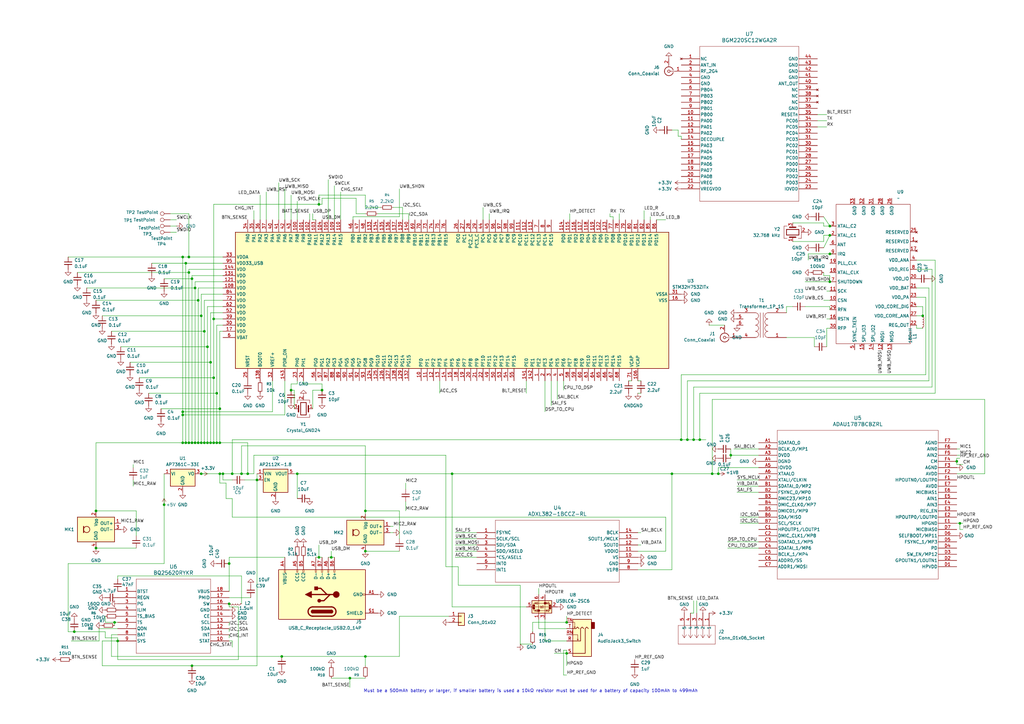
<source format=kicad_sch>
(kicad_sch (version 20250114) (generator "eeschema") (generator_version "9.0")
  (paper "A3")
  (lib_symbols
    (symbol "ADAU1787:ADAU1787BCBZRL" (pin_names (offset 0.254))
      (property "Reference" "U" (at 40.64 10.16 0))
      (property "Value" "ADAU1787BCBZRL" (at 40.64 7.62 0))
      (symbol "ADAU1787BCBZRL_0_1"
        (pin bidirectional line (at 0 0 0) (length 7.62) (name "SDATAO_0") (number "A1"))
        (pin bidirectional line (at 0 -2.54 0) (length 7.62) (name "BCLK_0/MP1") (number "A2"))
        (pin power_in line (at 0 -5.08 0) (length 7.62) (name "DVDD") (number "A3"))
        (pin power_out line (at 0 -7.62 0) (length 7.62) (name "DGND") (number "A4"))
        (pin power_in line (at 0 -10.16 0) (length 7.62) (name "IOVDD") (number "A5"))
        (pin output line (at 0 -12.7 0) (length 7.62) (name "XTAALO") (number "A6"))
        (pin input line (at 0 -15.24 0) (length 7.62) (name "XTALI/CLKIN") (number "A7"))
        (pin bidirectional line (at 0 -17.78 0) (length 7.62) (name "SDATAI_0/MP2") (number "B1"))
        (pin bidirectional line (at 0 -20.32 0) (length 7.62) (name "FSYNC_0/MP0") (number "B2"))
        (pin bidirectional line (at 0 -22.86 0) (length 7.62) (name "DMIC23/MP10") (number "B3"))
        (pin bidirectional line (at 0 -25.4 0) (length 7.62) (name "DMIC_CLK0/MP7") (number "B4"))
        (pin bidirectional line (at 0 -27.94 0) (length 7.62) (name "DMIC01/MP9") (number "B5"))
        (pin bidirectional line (at 0 -30.48 0) (length 7.62) (name "SDA/MISO") (number "B6"))
        (pin input line (at 0 -33.02 0) (length 7.62) (name "SCL/SCLK") (number "B7"))
        (pin output line (at 0 -35.56 0) (length 7.62) (name "HPOUTP1/LOUTP1") (number "C1"))
        (pin bidirectional line (at 0 -38.1 0) (length 7.62) (name "DMIC_CLK1/MP8") (number "C2"))
        (pin bidirectional line (at 0 -40.64 0) (length 7.62) (name "SDATAO_1/MP5") (number "C3"))
        (pin bidirectional line (at 0 -43.18 0) (length 7.62) (name "SDATAI_1/MP6") (number "C4"))
        (pin bidirectional line (at 0 -45.72 0) (length 7.62) (name "BCLK_1/MP4") (number "C5"))
        (pin input line (at 0 -48.26 0) (length 7.62) (name "ADDR0/SS") (number "C6"))
        (pin input line (at 0 -50.8 0) (length 7.62) (name "ADDR1/MOSI") (number "C7"))
        (pin power_out line (at 81.28 0 180) (length 7.62) (name "AGND") (number "F7"))
        (pin input line (at 81.28 -2.54 180) (length 7.62) (name "AIN0") (number "F6"))
        (pin input line (at 81.28 -5.08 180) (length 7.62) (name "AIN2") (number "F5"))
        (pin output line (at 81.28 -7.62 180) (length 7.62) (name "CM") (number "F4"))
        (pin power_out line (at 81.28 -10.16 180) (length 7.62) (name "AGND") (number "F3"))
        (pin power_in line (at 81.28 -12.7 180) (length 7.62) (name "AVDD") (number "F2"))
        (pin output line (at 81.28 -15.24 180) (length 7.62) (name "HPOUTN0/LOUTP0") (number "F1"))
        (pin power_in line (at 81.28 -17.78 180) (length 7.62) (name "AVDD") (number "E7"))
        (pin output line (at 81.28 -20.32 180) (length 7.62) (name "MICBIAS1") (number "E6"))
        (pin input line (at 81.28 -22.86 180) (length 7.62) (name "AIN1") (number "E5"))
        (pin input line (at 81.28 -25.4 180) (length 7.62) (name "AIN3") (number "E4"))
        (pin input line (at 81.28 -27.94 180) (length 7.62) (name "REG_EN") (number "E3"))
        (pin output line (at 81.28 -30.48 180) (length 7.62) (name "HPOUTP0/LOUTP0") (number "E2"))
        (pin power_out line (at 81.28 -33.02 180) (length 7.62) (name "HPGND") (number "E1"))
        (pin output line (at 81.28 -35.56 180) (length 7.62) (name "MICBIAS0") (number "D7"))
        (pin input line (at 81.28 -38.1 180) (length 7.62) (name "SELFBOOT/MP11") (number "D6"))
        (pin bidirectional line (at 81.28 -40.64 180) (length 7.62) (name "FSYNC_1/MP3") (number "D5"))
        (pin input line (at 81.28 -43.18 180) (length 7.62) (name "PD") (number "D4"))
        (pin input line (at 81.28 -45.72 180) (length 7.62) (name "SW_EN/MP12") (number "D3"))
        (pin output line (at 81.28 -48.26 180) (length 7.62) (name "GPOUTN1/LOUTN1") (number "D2"))
        (pin power_in line (at 81.28 -50.8 180) (length 7.62) (name "HPVDD") (number "D1"))
      )
    )
    (symbol "ADXL382:ADXL382-1BCCZ-RL" (pin_names (offset 0.254))
      (property "Reference" "U" (at 33.02 10.16 0))
      (property "Value" "ADXL382-1BCCZ-RL" (at 33.02 7.62 0))
      (symbol "ADXL382-1BCCZ-RL_0_1"
        (pin input line (at 0 0 0) (length 7.62) (name "FSYNC") (number "1"))
        (pin unspecified line (at 0 -2.54 0) (length 7.62) (name "SCLK/SCL") (number "2"))
        (pin input line (at 0 -5.08 0) (length 7.62) (name "SDI/SDA") (number "3"))
        (pin bidirectional line (at 0 -7.62 0) (length 7.62) (name "SDO/ASEL0") (number "4"))
        (pin input line (at 0 -10.16 0) (length 7.62) (name "*CS/ASEL1") (number "5"))
        (pin unspecified line (at 0 -12.7 0) (length 7.62) (name "INT0") (number "6"))
        (pin unspecified line (at 0 -15.24 0) (length 7.62) (name "INT1") (number "7"))
        (pin unspecified line (at 66.04 0 180) (length 7.62) (name "BCLK") (number "14"))
        (pin unspecified line (at 66.04 -2.54 180) (length 7.62) (name "SOUT1/MCLK") (number "13"))
        (pin output line (at 66.04 -5.08 180) (length 7.62) (name "SOUT0") (number "12"))
        (pin power_in line (at 66.04 -7.62 180) (length 7.62) (name "VDDIO") (number "11"))
        (pin power_in line (at 66.04 -10.16 180) (length 7.62) (name "VS") (number "10"))
        (pin power_out line (at 66.04 -12.7 180) (length 7.62) (name "GND") (number "9"))
        (pin power_in line (at 66.04 -15.24 180) (length 7.62) (name "V1P8") (number "8"))
      )
    )
    (symbol "ANC_Symbols:5034800540" (pin_names (offset 0.254))
      (property "Reference" "J" (at 8.89 6.35 0))
      (property "Value" "5034800540" (at 0 0 0))
      (symbol "5034800540_1_1"
        (pin unspecified line (at 0 0 0) (length 5.08) (name "1") (number "1"))
        (pin unspecified line (at 0 -2.54 0) (length 5.08) (name "2") (number "2"))
        (pin unspecified line (at 0 -5.08 0) (length 5.08) (name "3") (number "3"))
        (pin unspecified line (at 0 -7.62 0) (length 5.08) (name "4") (number "4"))
        (pin unspecified line (at 0 -10.16 0) (length 5.08) (name "5") (number "5"))
      )
      (symbol "5034800540_1_2"
        (pin unspecified line (at 0 0 0) (length 5.08) (name "1") (number "1"))
        (pin unspecified line (at 0 -2.54 0) (length 5.08) (name "2") (number "2"))
        (pin unspecified line (at 0 -5.08 0) (length 5.08) (name "3") (number "3"))
        (pin unspecified line (at 0 -7.62 0) (length 5.08) (name "4") (number "4"))
        (pin unspecified line (at 0 -10.16 0) (length 5.08) (name "5") (number "5"))
      )
    )
    (symbol "ANC_Symbols:BGM220SC12WGA2R" (pin_names (offset 0.254))
      (property "Reference" "U" (at 27.94 10.16 0))
      (property "Value" "BGM220SC12WGA2R" (at 27.94 7.62 0))
      (symbol "BGM220SC12WGA2R_0_1"
        (pin no_connect line (at 0 0 0) (length 7.62) (name "NC") (number "1"))
        (pin input line (at 0 -2.54 0) (length 7.62) (name "ANT_IN") (number "2"))
        (pin bidirectional line (at 0 -5.08 0) (length 7.62) (name "RF_2G4") (number "3"))
        (pin power_out line (at 0 -7.62 0) (length 7.62) (name "GND") (number "4"))
        (pin power_out line (at 0 -10.16 0) (length 7.62) (name "GND") (number "5"))
        (pin bidirectional line (at 0 -12.7 0) (length 7.62) (name "PB04") (number "6"))
        (pin bidirectional line (at 0 -15.24 0) (length 7.62) (name "PB03") (number "7"))
        (pin bidirectional line (at 0 -17.78 0) (length 7.62) (name "PB02") (number "8"))
        (pin bidirectional line (at 0 -20.32 0) (length 7.62) (name "PB01") (number "9"))
        (pin bidirectional line (at 0 -22.86 0) (length 7.62) (name "PB00") (number "10"))
        (pin bidirectional line (at 0 -25.4 0) (length 7.62) (name "PA00") (number "11"))
        (pin bidirectional line (at 0 -27.94 0) (length 7.62) (name "PA01") (number "12"))
        (pin bidirectional line (at 0 -30.48 0) (length 7.62) (name "PA02") (number "13"))
        (pin output line (at 0 -33.02 0) (length 7.62) (name "DECOUPLE") (number "14"))
        (pin bidirectional line (at 0 -35.56 0) (length 7.62) (name "PA03") (number "15"))
        (pin bidirectional line (at 0 -38.1 0) (length 7.62) (name "PA04") (number "16"))
        (pin bidirectional line (at 0 -40.64 0) (length 7.62) (name "PA05") (number "17"))
        (pin bidirectional line (at 0 -43.18 0) (length 7.62) (name "PA06") (number "18"))
        (pin bidirectional line (at 0 -45.72 0) (length 7.62) (name "PA07") (number "19"))
        (pin bidirectional line (at 0 -48.26 0) (length 7.62) (name "PA08") (number "20"))
        (pin power_in line (at 0 -50.8 0) (length 7.62) (name "VREG") (number "21"))
        (pin power_in line (at 0 -53.34 0) (length 7.62) (name "VREGVDD") (number "22"))
        (pin power_out line (at 55.88 0 180) (length 7.62) (name "GND") (number "44"))
        (pin power_out line (at 55.88 -2.54 180) (length 7.62) (name "GND") (number "43"))
        (pin power_out line (at 55.88 -5.08 180) (length 7.62) (name "GND") (number "42"))
        (pin power_out line (at 55.88 -7.62 180) (length 7.62) (name "GND") (number "41"))
        (pin output line (at 55.88 -10.16 180) (length 7.62) (name "ANT_OUT") (number "40"))
        (pin no_connect line (at 55.88 -12.7 180) (length 7.62) (name "NC") (number "39"))
        (pin no_connect line (at 55.88 -15.24 180) (length 7.62) (name "NC") (number "38"))
        (pin no_connect line (at 55.88 -17.78 180) (length 7.62) (name "NC") (number "37"))
        (pin power_out line (at 55.88 -20.32 180) (length 7.62) (name "GND") (number "36"))
        (pin input line (at 55.88 -22.86 180) (length 7.62) (name "RESETn") (number "35"))
        (pin bidirectional line (at 55.88 -25.4 180) (length 7.62) (name "PC06") (number "34"))
        (pin bidirectional line (at 55.88 -27.94 180) (length 7.62) (name "PC05") (number "33"))
        (pin bidirectional line (at 55.88 -30.48 180) (length 7.62) (name "PC04") (number "32"))
        (pin bidirectional line (at 55.88 -33.02 180) (length 7.62) (name "PC03") (number "31"))
        (pin bidirectional line (at 55.88 -35.56 180) (length 7.62) (name "PC02") (number "30"))
        (pin bidirectional line (at 55.88 -38.1 180) (length 7.62) (name "PC01") (number "29"))
        (pin bidirectional line (at 55.88 -40.64 180) (length 7.62) (name "PC00") (number "28"))
        (pin bidirectional line (at 55.88 -43.18 180) (length 7.62) (name "PD00") (number "27"))
        (pin bidirectional line (at 55.88 -45.72 180) (length 7.62) (name "PD01") (number "26"))
        (pin bidirectional line (at 55.88 -48.26 180) (length 7.62) (name "PD02") (number "25"))
        (pin bidirectional line (at 55.88 -50.8 180) (length 7.62) (name "PD03") (number "24"))
        (pin power_in line (at 55.88 -53.34 180) (length 7.62) (name "IOVDD") (number "23"))
      )
    )
    (symbol "ANC_Symbols:BQ25622RYKR" (pin_names (offset 0.254))
      (property "Reference" "U" (at 22.86 10.16 0))
      (property "Value" "BQ25622RYKR" (at 22.86 7.62 0))
      (symbol "BQ25622RYKR_0_1"
        (pin unspecified line (at 0 0 0) (length 7.62) (name "BTST") (number "1"))
        (pin unspecified line (at 0 -2.54 0) (length 7.62) (name "REGN") (number "2"))
        (pin unspecified line (at 0 -5.08 0) (length 7.62) (name "PG") (number "3"))
        (pin unspecified line (at 0 -7.62 0) (length 7.62) (name "ILIM") (number "4"))
        (pin unspecified line (at 0 -10.16 0) (length 7.62) (name "TS_BIAS") (number "5"))
        (pin unspecified line (at 0 -12.7 0) (length 7.62) (name "TS") (number "6"))
        (pin unspecified line (at 0 -15.24 0) (length 7.62) (name "QON") (number "7"))
        (pin unspecified line (at 0 -17.78 0) (length 7.62) (name "BAT") (number "8"))
        (pin unspecified line (at 0 -20.32 0) (length 7.62) (name "SYS") (number "9"))
        (pin unspecified line (at 45.72 0 180) (length 7.62) (name "VBUS") (number "18"))
        (pin unspecified line (at 45.72 -2.54 180) (length 7.62) (name "PMID") (number "17"))
        (pin unspecified line (at 45.72 -5.08 180) (length 7.62) (name "SW") (number "16"))
        (pin power_out line (at 45.72 -7.62 180) (length 7.62) (name "GND") (number "15"))
        (pin unspecified line (at 45.72 -10.16 180) (length 7.62) (name "CE") (number "14"))
        (pin unspecified line (at 45.72 -12.7 180) (length 7.62) (name "SCL") (number "13"))
        (pin unspecified line (at 45.72 -15.24 180) (length 7.62) (name "SDA") (number "12"))
        (pin input line (at 45.72 -17.78 180) (length 7.62) (name "INT") (number "11"))
        (pin unspecified line (at 45.72 -20.32 180) (length 7.62) (name "STAT") (number "10"))
      )
    )
    (symbol "ANC_Symbols:Spark_SR1120"
      (property "Reference" "U9" (at 5.9533 76.2 0))
      (property "Value" "~" (at 5.9533 73.66 0))
      (symbol "Spark_SR1120_0_0"
        (pin output line (at -21.59 62.23 0) (length 2.54) (name "XTAL_C2") (number "3"))
        (pin input line (at -21.59 58.42 0) (length 2.54) (name "XTAL_C1") (number "2"))
        (pin output line (at -21.59 54.61 0) (length 2.54) (name "ANT") (number "6"))
        (pin output line (at -21.59 46.99 0) (length 2.54) (name "PLL_CLK") (number "19"))
        (pin input line (at -21.59 43.18 0) (length 2.54) (name "XTAL_CLK") (number "18"))
        (pin input line (at -21.59 39.37 0) (length 2.54) (name "SHUTDOWN") (number "7"))
        (pin input line (at -21.59 35.56 0) (length 2.54) (name "SCK") (number "11"))
        (pin input line (at -21.59 31.75 0) (length 2.54) (name "CSN") (number "10"))
        (pin input line (at -21.59 27.94 0) (length 2.54) (name "RFN") (number "29"))
        (pin input line (at -21.59 24.13 0) (length 2.54) (name "RSTN") (number "16"))
        (pin output line (at -11.43 11.43 90) (length 2.54) (name "SYNC_TXEN") (number "5"))
        (pin unspecified line (at -7.62 11.43 90) (length 2.54) (name "SPI_IO3") (number "15"))
        (pin power_in line (at 0 73.66 270) (length 2.54) (name "GND") (number "28"))
        (pin bidirectional line (at 0 11.43 90) (length 2.54) (name "MOSI") (number "12"))
        (pin bidirectional line (at 3.81 11.43 90) (length 2.54) (name "MISO") (number "13"))
        (pin no_connect line (at 13.97 59.69 180) (length 2.54) (name "RESERVED") (number "25"))
        (pin no_connect line (at 13.97 55.88 180) (length 2.54) (name "RESERVED") (number "1"))
        (pin no_connect line (at 13.97 52.07 180) (length 2.54) (name "RESERVED") (number "17"))
        (pin power_in line (at 13.97 48.26 180) (length 2.54) (name "VDD_ANA") (number "4"))
        (pin power_in line (at 13.97 44.45 180) (length 2.54) (name "VDD_REG") (number "8"))
        (pin power_in line (at 13.97 40.64 180) (length 2.54) (name "VDD_IO") (number "20"))
        (pin power_in line (at 13.97 29.21 180) (length 2.54) (name "VDD_CORE_DIG") (number "24"))
        (pin power_in line (at 13.97 25.4 180) (length 2.54) (name "VDD_CORE_ANA") (number "27"))
        (pin power_out line (at 13.97 21.59 180) (length 2.54) (name "REG_OUT") (number "22"))
      )
      (symbol "Spark_SR1120_1_0"
        (pin output line (at -21.59 50.8 0) (length 2.54) (name "IRQ") (number "9"))
        (pin input line (at -21.59 20.32 0) (length 2.54) (name "RFP") (number "30"))
        (pin power_in line (at -11.43 73.66 270) (length 2.54) (name "GND") (number "33"))
        (pin power_in line (at -7.62 73.66 270) (length 2.54) (name "GND") (number "32"))
        (pin power_in line (at -3.81 73.66 270) (length 2.54) (name "GND") (number "31"))
        (pin bidirectional line (at -3.81 11.43 90) (length 2.54) (name "SPI_IO2") (number "14"))
        (pin power_in line (at 3.81 73.66 270) (length 2.54) (name "GND") (number "26"))
        (pin power_in line (at 13.97 36.83 180) (length 2.54) (name "VDD_BAT") (number "21"))
        (pin power_in line (at 13.97 33.02 180) (length 2.54) (name "VDD_PA") (number "23"))
      )
    )
    (symbol "Connector:Conn_Coaxial" (pin_names (offset 1.016) (hide yes))
      (property "Reference" "J" (at 0.254 3.048 0))
      (property "Value" "Conn_Coaxial" (at 2.921 0 90))
      (symbol "Conn_Coaxial_1_1"
        (pin passive line (at -5.08 0 0) (length 2.54) (name "In") (number "1"))
        (pin passive line (at 0 -5.08 90) (length 2.54) (name "Ext") (number "2"))
      )
    )
    (symbol "Connector:TestPoint" (pin_numbers (hide yes)) (pin_names (offset 0.762) (hide yes))
      (property "Reference" "TP" (at 0 6.858 0))
      (property "Value" "TestPoint" (at 0 5.08 0))
      (symbol "TestPoint_1_1"
        (pin passive line (at 0 0 90) (length 2.54) (name "1") (number "1"))
      )
    )
    (symbol "Connector:USB_C_Receptacle_USB2.0_14P" (pin_names (offset 1.016))
      (property "Reference" "J" (at 0 22.225 0))
      (property "Value" "USB_C_Receptacle_USB2.0_14P" (at 0 19.685 0))
      (symbol "USB_C_Receptacle_USB2.0_14P_1_1"
        (pin passive line (at -7.62 -22.86 90) (length 5.08) (name "SHIELD") (number "S1"))
        (pin passive line (at 0 -22.86 90) (length 5.08) (name "GND") (number "A1"))
        (pin passive line (at 0 -22.86 90) (length 5.08) (hide yes) (name "GND") (number "A12"))
        (pin passive line (at 0 -22.86 90) (length 5.08) (hide yes) (name "GND") (number "B1"))
        (pin passive line (at 0 -22.86 90) (length 5.08) (hide yes) (name "GND") (number "B12"))
        (pin passive line (at 15.24 15.24 180) (length 5.08) (name "VBUS") (number "A4"))
        (pin passive line (at 15.24 15.24 180) (length 5.08) (hide yes) (name "VBUS") (number "A9"))
        (pin passive line (at 15.24 15.24 180) (length 5.08) (hide yes) (name "VBUS") (number "B4"))
        (pin passive line (at 15.24 15.24 180) (length 5.08) (hide yes) (name "VBUS") (number "B9"))
        (pin bidirectional line (at 15.24 10.16 180) (length 5.08) (name "CC1") (number "A5"))
        (pin bidirectional line (at 15.24 7.62 180) (length 5.08) (name "CC2") (number "B5"))
        (pin bidirectional line (at 15.24 2.54 180) (length 5.08) (name "D-") (number "A7"))
        (pin bidirectional line (at 15.24 0 180) (length 5.08) (name "D-") (number "B7"))
        (pin bidirectional line (at 15.24 -2.54 180) (length 5.08) (name "D+") (number "A6"))
        (pin bidirectional line (at 15.24 -5.08 180) (length 5.08) (name "D+") (number "B6"))
      )
    )
    (symbol "Connector_Audio:AudioJack3_Switch"
      (property "Reference" "J4" (at -7.62 -2.5401 0))
      (property "Value" "AudioJack3_Switch" (at -7.62 -0.0001 0))
      (symbol "AudioJack3_Switch_1_1"
        (pin passive line (at 5.08 5.08 180) (length 2.54) (name "~") (number "S"))
        (pin passive line (at 5.08 0 180) (length 2.54) (name "~") (number "R"))
        (pin passive line (at 5.08 -2.54 180) (length 2.54) (name "~") (number "RN"))
        (pin passive line (at 5.08 -5.08 180) (length 2.54) (name "~") (number "T"))
        (pin passive line (at 5.08 -7.62 180) (length 2.54) (name "~") (number "TN"))
      )
    )
    (symbol "Connector_Generic:Conn_01x02" (pin_names (offset 1.016) (hide yes))
      (property "Reference" "J" (at 0 2.54 0))
      (property "Value" "Conn_01x02" (at 0 -5.08 0))
      (symbol "Conn_01x02_1_1"
        (pin passive line (at -5.08 0 0) (length 3.81) (name "Pin_1") (number "1"))
        (pin passive line (at -5.08 -2.54 0) (length 3.81) (name "Pin_2") (number "2"))
      )
    )
    (symbol "Device:C_Small" (pin_numbers (hide yes)) (pin_names (offset 0.254) (hide yes))
      (property "Reference" "C" (at 0.254 1.778 0))
      (property "Value" "C_Small" (at 0.254 -2.032 0))
      (symbol "C_Small_1_1"
        (pin passive line (at 0 2.54 270) (length 2.032) (name "~") (number "1"))
        (pin passive line (at 0 -2.54 90) (length 2.032) (name "~") (number "2"))
      )
    )
    (symbol "Device:Crystal_GND24" (pin_names (offset 1.016) (hide yes))
      (property "Reference" "Y" (at 3.175 5.08 0))
      (property "Value" "Crystal_GND24" (at 3.175 3.175 0))
      (symbol "Crystal_GND24_1_1"
        (pin passive line (at -3.81 0 0) (length 1.27) (name "1") (number "1"))
        (pin passive line (at 0 -5.08 90) (length 1.27) (name "G") (number "2"))
        (pin passive line (at 0 -5.08 90) (length 1.27) (hide yes) (name "G") (number "4"))
        (pin passive line (at 3.81 0 180) (length 1.27) (name "3") (number "3"))
      )
    )
    (symbol "Device:L_Small" (pin_numbers (hide yes)) (pin_names (offset 0.254) (hide yes))
      (property "Reference" "L" (at 0.762 1.016 0))
      (property "Value" "L_Small" (at 0.762 -1.016 0))
      (symbol "L_Small_1_1"
        (pin passive line (at 0 2.54 270) (length 0.508) (name "~") (number "1"))
        (pin passive line (at 0 -2.54 90) (length 0.508) (name "~") (number "2"))
      )
    )
    (symbol "Device:R_Small" (pin_numbers (hide yes)) (pin_names (offset 0.254) (hide yes))
      (property "Reference" "R" (at 0 0 90))
      (property "Value" "R_Small" (at 1.778 0 90))
      (symbol "R_Small_1_1"
        (pin passive line (at 0 2.54 270) (length 0.762) (name "~") (number "1"))
        (pin passive line (at 0 -2.54 90) (length 0.762) (name "~") (number "2"))
      )
    )
    (symbol "Device:Transformer_1P_1S" (pin_names (offset 1.016) (hide yes))
      (property "Reference" "T1" (at 0.0127 -10.16 0))
      (property "Value" "Transformer_1P_1S" (at 0.0127 -7.62 0))
      (symbol "Transformer_1P_1S_1_1"
        (pin passive line (at -10.16 5.08 0) (length 7.62) (name "AA") (number "1"))
        (pin passive line (at -10.16 -5.08 0) (length 7.62) (name "AB") (number "2"))
        (pin passive line (at 10.16 5.08 180) (length 7.62) (name "SB") (number "4"))
        (pin passive line (at 10.16 0 180) (length 2.54) (name "GND") (number "6"))
        (pin passive line (at 10.16 -2.54 180) (length 2.54) (name "GND") (number "5"))
        (pin passive line (at 10.16 -5.08 180) (length 7.62) (name "SA") (number "3"))
      )
    )
    (symbol "MCU_ST_STM32H7:STM32H753ZITx"
      (property "Reference" "U" (at -27.94 90.17 0))
      (property "Value" "STM32H753ZITx" (at 20.32 90.17 0))
      (symbol "STM32H753ZITx_1_1"
        (pin input line (at -33.02 83.82 0) (length 5.08) (name "NRST") (number "25"))
        (pin input line (at -33.02 78.74 0) (length 5.08) (name "BOOT0") (number "138"))
        (pin input line (at -33.02 73.66 0) (length 5.08) (name "VREF+") (number "32"))
        (pin input line (at -33.02 68.58 0) (length 5.08) (name "PDR_ON") (number "143"))
        (pin bidirectional line (at -33.02 63.5 0) (length 5.08) (name "PH0") (number "23"))
        (pin bidirectional line (at -33.02 60.96 0) (length 5.08) (name "PH1") (number "24"))
        (pin bidirectional line (at -33.02 55.88 0) (length 5.08) (name "PG0") (number "56"))
        (pin bidirectional line (at -33.02 53.34 0) (length 5.08) (name "PG1") (number "57"))
        (pin bidirectional line (at -33.02 50.8 0) (length 5.08) (name "PG2") (number "87"))
        (pin bidirectional line (at -33.02 48.26 0) (length 5.08) (name "PG3") (number "88"))
        (pin bidirectional line (at -33.02 45.72 0) (length 5.08) (name "PG4") (number "89"))
        (pin bidirectional line (at -33.02 43.18 0) (length 5.08) (name "PG5") (number "90"))
        (pin bidirectional line (at -33.02 40.64 0) (length 5.08) (name "PG6") (number "91"))
        (pin bidirectional line (at -33.02 38.1 0) (length 5.08) (name "PG7") (number "92"))
        (pin bidirectional line (at -33.02 35.56 0) (length 5.08) (name "PG8") (number "93"))
        (pin bidirectional line (at -33.02 33.02 0) (length 5.08) (name "PG9") (number "124"))
        (pin bidirectional line (at -33.02 30.48 0) (length 5.08) (name "PG10") (number "125"))
        (pin bidirectional line (at -33.02 27.94 0) (length 5.08) (name "PG11") (number "126"))
        (pin bidirectional line (at -33.02 25.4 0) (length 5.08) (name "PG12") (number "127"))
        (pin bidirectional line (at -33.02 22.86 0) (length 5.08) (name "PG13") (number "128"))
        (pin bidirectional line (at -33.02 20.32 0) (length 5.08) (name "PG14") (number "129"))
        (pin bidirectional line (at -33.02 17.78 0) (length 5.08) (name "PG15") (number "132"))
        (pin bidirectional line (at -33.02 12.7 0) (length 5.08) (name "PF0") (number "10"))
        (pin bidirectional line (at -33.02 10.16 0) (length 5.08) (name "PF1") (number "11"))
        (pin bidirectional line (at -33.02 7.62 0) (length 5.08) (name "PF2") (number "12"))
        (pin bidirectional line (at -33.02 5.08 0) (length 5.08) (name "PF3") (number "13"))
        (pin bidirectional line (at -33.02 2.54 0) (length 5.08) (name "PF4") (number "14"))
        (pin bidirectional line (at -33.02 0 0) (length 5.08) (name "PF5") (number "15"))
        (pin bidirectional line (at -33.02 -2.54 0) (length 5.08) (name "PF6") (number "18"))
        (pin bidirectional line (at -33.02 -5.08 0) (length 5.08) (name "PF7") (number "19"))
        (pin bidirectional line (at -33.02 -7.62 0) (length 5.08) (name "PF8") (number "20"))
        (pin bidirectional line (at -33.02 -10.16 0) (length 5.08) (name "PF9") (number "21"))
        (pin bidirectional line (at -33.02 -12.7 0) (length 5.08) (name "PF10") (number "22"))
        (pin bidirectional line (at -33.02 -15.24 0) (length 5.08) (name "PF11") (number "49"))
        (pin bidirectional line (at -33.02 -17.78 0) (length 5.08) (name "PF12") (number "50"))
        (pin bidirectional line (at -33.02 -20.32 0) (length 5.08) (name "PF13") (number "53"))
        (pin bidirectional line (at -33.02 -22.86 0) (length 5.08) (name "PF14") (number "54"))
        (pin bidirectional line (at -33.02 -25.4 0) (length 5.08) (name "PF15") (number "55"))
        (pin bidirectional line (at -33.02 -30.48 0) (length 5.08) (name "PE0") (number "141"))
        (pin bidirectional line (at -33.02 -33.02 0) (length 5.08) (name "PE1") (number "142"))
        (pin bidirectional line (at -33.02 -35.56 0) (length 5.08) (name "PE2") (number "1"))
        (pin bidirectional line (at -33.02 -38.1 0) (length 5.08) (name "PE3") (number "2"))
        (pin bidirectional line (at -33.02 -40.64 0) (length 5.08) (name "PE4") (number "3"))
        (pin bidirectional line (at -33.02 -43.18 0) (length 5.08) (name "PE5") (number "4"))
        (pin bidirectional line (at -33.02 -45.72 0) (length 5.08) (name "PE6") (number "5"))
        (pin bidirectional line (at -33.02 -48.26 0) (length 5.08) (name "PE7") (number "58"))
        (pin bidirectional line (at -33.02 -50.8 0) (length 5.08) (name "PE8") (number "59"))
        (pin bidirectional line (at -33.02 -53.34 0) (length 5.08) (name "PE9") (number "60"))
        (pin bidirectional line (at -33.02 -55.88 0) (length 5.08) (name "PE10") (number "63"))
        (pin bidirectional line (at -33.02 -58.42 0) (length 5.08) (name "PE11") (number "64"))
        (pin bidirectional line (at -33.02 -60.96 0) (length 5.08) (name "PE12") (number "65"))
        (pin bidirectional line (at -33.02 -63.5 0) (length 5.08) (name "PE13") (number "66"))
        (pin bidirectional line (at -33.02 -66.04 0) (length 5.08) (name "PE14") (number "67"))
        (pin bidirectional line (at -33.02 -68.58 0) (length 5.08) (name "PE15") (number "68"))
        (pin power_out line (at -33.02 -73.66 0) (length 5.08) (name "VCAP") (number "71"))
        (pin power_out line (at -33.02 -76.2 0) (length 5.08) (name "VCAP") (number "106"))
        (pin power_in line (at -15.24 93.98 270) (length 5.08) (name "VBAT") (number "6"))
        (pin power_in line (at -12.7 93.98 270) (length 5.08) (name "VDD") (number "17"))
        (pin power_in line (at -10.16 93.98 270) (length 5.08) (name "VDD") (number "30"))
        (pin power_in line (at -7.62 93.98 270) (length 5.08) (name "VDD") (number "39"))
        (pin power_in line (at -5.08 93.98 270) (length 5.08) (name "VDD") (number "52"))
        (pin power_in line (at -2.54 93.98 270) (length 5.08) (name "VDD") (number "62"))
        (pin power_in line (at 0 93.98 270) (length 5.08) (name "VDD") (number "72"))
        (pin passive line (at 0 -93.98 90) (length 5.08) (hide yes) (name "VSS") (number "107"))
        (pin passive line (at 0 -93.98 90) (length 5.08) (hide yes) (name "VSS") (number "120"))
        (pin passive line (at 0 -93.98 90) (length 5.08) (hide yes) (name "VSS") (number "130"))
        (pin power_in line (at 0 -93.98 90) (length 5.08) (name "VSS") (number "16"))
        (pin passive line (at 0 -93.98 90) (length 5.08) (hide yes) (name "VSS") (number "38"))
        (pin passive line (at 0 -93.98 90) (length 5.08) (hide yes) (name "VSS") (number "51"))
        (pin passive line (at 0 -93.98 90) (length 5.08) (hide yes) (name "VSS") (number "61"))
        (pin passive line (at 0 -93.98 90) (length 5.08) (hide yes) (name "VSS") (number "83"))
        (pin passive line (at 0 -93.98 90) (length 5.08) (hide yes) (name "VSS") (number "94"))
        (pin power_in line (at 2.54 93.98 270) (length 5.08) (name "VDD") (number "84"))
        (pin power_in line (at 2.54 -93.98 90) (length 5.08) (name "VSSA") (number "31"))
        (pin power_in line (at 5.08 93.98 270) (length 5.08) (name "VDD") (number "108"))
        (pin power_in line (at 7.62 93.98 270) (length 5.08) (name "VDD") (number "121"))
        (pin power_in line (at 10.16 93.98 270) (length 5.08) (name "VDD") (number "131"))
        (pin power_in line (at 12.7 93.98 270) (length 5.08) (name "VDD") (number "144"))
        (pin power_in line (at 15.24 93.98 270) (length 5.08) (name "VDD33_USB") (number "95"))
        (pin power_in line (at 17.78 93.98 270) (length 5.08) (name "VDDA") (number "33"))
        (pin bidirectional line (at 33.02 83.82 180) (length 5.08) (name "PA0") (number "34"))
        (pin bidirectional line (at 33.02 81.28 180) (length 5.08) (name "PA1") (number "35"))
        (pin bidirectional line (at 33.02 78.74 180) (length 5.08) (name "PA2") (number "36"))
        (pin bidirectional line (at 33.02 76.2 180) (length 5.08) (name "PA3") (number "37"))
        (pin bidirectional line (at 33.02 73.66 180) (length 5.08) (name "PA4") (number "40"))
        (pin bidirectional line (at 33.02 71.12 180) (length 5.08) (name "PA5") (number "41"))
        (pin bidirectional line (at 33.02 68.58 180) (length 5.08) (name "PA6") (number "42"))
        (pin bidirectional line (at 33.02 66.04 180) (length 5.08) (name "PA7") (number "43"))
        (pin bidirectional line (at 33.02 63.5 180) (length 5.08) (name "PA8") (number "100"))
        (pin bidirectional line (at 33.02 60.96 180) (length 5.08) (name "PA9") (number "101"))
        (pin bidirectional line (at 33.02 58.42 180) (length 5.08) (name "PA10") (number "102"))
        (pin bidirectional line (at 33.02 55.88 180) (length 5.08) (name "PA11") (number "103"))
        (pin bidirectional line (at 33.02 53.34 180) (length 5.08) (name "PA12") (number "104"))
        (pin bidirectional line (at 33.02 50.8 180) (length 5.08) (name "PA13") (number "105"))
        (pin bidirectional line (at 33.02 48.26 180) (length 5.08) (name "PA14") (number "109"))
        (pin bidirectional line (at 33.02 45.72 180) (length 5.08) (name "PA15") (number "110"))
        (pin bidirectional line (at 33.02 40.64 180) (length 5.08) (name "PB0") (number "46"))
        (pin bidirectional line (at 33.02 38.1 180) (length 5.08) (name "PB1") (number "47"))
        (pin bidirectional line (at 33.02 35.56 180) (length 5.08) (name "PB2") (number "48"))
        (pin bidirectional line (at 33.02 33.02 180) (length 5.08) (name "PB3") (number "133"))
        (pin bidirectional line (at 33.02 30.48 180) (length 5.08) (name "PB4") (number "134"))
        (pin bidirectional line (at 33.02 27.94 180) (length 5.08) (name "PB5") (number "135"))
        (pin bidirectional line (at 33.02 25.4 180) (length 5.08) (name "PB6") (number "136"))
        (pin bidirectional line (at 33.02 22.86 180) (length 5.08) (name "PB7") (number "137"))
        (pin bidirectional line (at 33.02 20.32 180) (length 5.08) (name "PB8") (number "139"))
        (pin bidirectional line (at 33.02 17.78 180) (length 5.08) (name "PB9") (number "140"))
        (pin bidirectional line (at 33.02 15.24 180) (length 5.08) (name "PB10") (number "69"))
        (pin bidirectional line (at 33.02 12.7 180) (length 5.08) (name "PB11") (number "70"))
        (pin bidirectional line (at 33.02 10.16 180) (length 5.08) (name "PB12") (number "73"))
        (pin bidirectional line (at 33.02 7.62 180) (length 5.08) (name "PB13") (number "74"))
        (pin bidirectional line (at 33.02 5.08 180) (length 5.08) (name "PB14") (number "75"))
        (pin bidirectional line (at 33.02 2.54 180) (length 5.08) (name "PB15") (number "76"))
        (pin bidirectional line (at 33.02 -2.54 180) (length 5.08) (name "PC0") (number "26"))
        (pin bidirectional line (at 33.02 -5.08 180) (length 5.08) (name "PC1") (number "27"))
        (pin bidirectional line (at 33.02 -7.62 180) (length 5.08) (name "PC2_C") (number "28"))
        (pin bidirectional line (at 33.02 -10.16 180) (length 5.08) (name "PC3_C") (number "29"))
        (pin bidirectional line (at 33.02 -12.7 180) (length 5.08) (name "PC4") (number "44"))
        (pin bidirectional line (at 33.02 -15.24 180) (length 5.08) (name "PC5") (number "45"))
        (pin bidirectional line (at 33.02 -17.78 180) (length 5.08) (name "PC6") (number "96"))
        (pin bidirectional line (at 33.02 -20.32 180) (length 5.08) (name "PC7") (number "97"))
        (pin bidirectional line (at 33.02 -22.86 180) (length 5.08) (name "PC8") (number "98"))
        (pin bidirectional line (at 33.02 -25.4 180) (length 5.08) (name "PC9") (number "99"))
        (pin bidirectional line (at 33.02 -27.94 180) (length 5.08) (name "PC10") (number "111"))
        (pin bidirectional line (at 33.02 -30.48 180) (length 5.08) (name "PC11") (number "112"))
        (pin bidirectional line (at 33.02 -33.02 180) (length 5.08) (name "PC12") (number "113"))
        (pin bidirectional line (at 33.02 -35.56 180) (length 5.08) (name "PC13") (number "7"))
        (pin bidirectional line (at 33.02 -38.1 180) (length 5.08) (name "PC14") (number "8"))
        (pin bidirectional line (at 33.02 -40.64 180) (length 5.08) (name "PC15") (number "9"))
        (pin bidirectional line (at 33.02 -45.72 180) (length 5.08) (name "PD0") (number "114"))
        (pin bidirectional line (at 33.02 -48.26 180) (length 5.08) (name "PD1") (number "115"))
        (pin bidirectional line (at 33.02 -50.8 180) (length 5.08) (name "PD2") (number "116"))
        (pin bidirectional line (at 33.02 -53.34 180) (length 5.08) (name "PD3") (number "117"))
        (pin bidirectional line (at 33.02 -55.88 180) (length 5.08) (name "PD4") (number "118"))
        (pin bidirectional line (at 33.02 -58.42 180) (length 5.08) (name "PD5") (number "119"))
        (pin bidirectional line (at 33.02 -60.96 180) (length 5.08) (name "PD6") (number "122"))
        (pin bidirectional line (at 33.02 -63.5 180) (length 5.08) (name "PD7") (number "123"))
        (pin bidirectional line (at 33.02 -66.04 180) (length 5.08) (name "PD8") (number "77"))
        (pin bidirectional line (at 33.02 -68.58 180) (length 5.08) (name "PD9") (number "78"))
        (pin bidirectional line (at 33.02 -71.12 180) (length 5.08) (name "PD10") (number "79"))
        (pin bidirectional line (at 33.02 -73.66 180) (length 5.08) (name "PD11") (number "80"))
        (pin bidirectional line (at 33.02 -76.2 180) (length 5.08) (name "PD12") (number "81"))
        (pin bidirectional line (at 33.02 -78.74 180) (length 5.08) (name "PD13") (number "82"))
        (pin bidirectional line (at 33.02 -81.28 180) (length 5.08) (name "PD14") (number "85"))
        (pin bidirectional line (at 33.02 -83.82 180) (length 5.08) (name "PD15") (number "86"))
      )
    )
    (symbol "Power_Protection:USBLC6-2SC6" (pin_names (hide yes))
      (property "Reference" "U" (at 0.635 5.715 0))
      (property "Value" "USBLC6-2SC6" (at 0.635 3.81 0))
      (symbol "USBLC6-2SC6_1_1"
        (pin passive line (at -5.08 0 0) (length 2.54) (name "I/O1") (number "1"))
        (pin passive line (at -5.08 -2.54 0) (length 2.54) (name "I/O2") (number "3"))
        (pin passive line (at 0 5.08 270) (length 2.54) (name "VBUS") (number "5"))
        (pin passive line (at 0 -7.62 90) (length 2.54) (name "GND") (number "2"))
        (pin passive line (at 5.08 0 180) (length 2.54) (name "I/O1") (number "6"))
        (pin passive line (at 5.08 -2.54 180) (length 2.54) (name "I/O2") (number "4"))
      )
    )
    (symbol "Regulator_Linear:AP2112K-1.8" (pin_names (offset 0.254))
      (property "Reference" "U" (at -5.08 5.715 0))
      (property "Value" "AP2112K-1.8" (at 0 5.715 0))
      (symbol "AP2112K-1.8_1_1"
        (pin power_in line (at -7.62 2.54 0) (length 2.54) (name "VIN") (number "1"))
        (pin input line (at -7.62 0 0) (length 2.54) (name "EN") (number "3"))
        (pin power_in line (at 0 -7.62 90) (length 2.54) (name "GND") (number "2"))
        (pin no_connect line (at 5.08 0 180) (length 2.54) (hide yes) (name "NC") (number "4"))
        (pin power_out line (at 7.62 2.54 180) (length 2.54) (name "VOUT") (number "5"))
      )
    )
    (symbol "Regulator_Linear:AP7361C-33E" (pin_names (offset 0.254))
      (property "Reference" "U" (at -3.81 3.175 0))
      (property "Value" "AP7361C-33E" (at 0 3.175 0))
      (symbol "AP7361C-33E_1_1"
        (pin power_in line (at -7.62 0 0) (length 2.54) (name "VI") (number "1"))
        (pin power_in line (at 0 -7.62 90) (length 2.54) (name "GND") (number "2"))
        (pin power_out line (at 7.62 0 180) (length 2.54) (name "VO") (number "3"))
      )
    )
    (symbol "Sensor_Audio:IM73A135V01"
      (property "Reference" "MK" (at 5.08 6.35 0))
      (property "Value" "IM73A135V01" (at 11.43 -6.35 0))
      (symbol "IM73A135V01_1_1"
        (pin power_in line (at 0 7.62 270) (length 2.54) (name "V_{DD}") (number "2"))
        (pin power_in line (at 0 -7.62 90) (length 2.54) (name "GND") (number "4"))
        (pin passive line (at 0 -7.62 90) (length 2.54) (hide yes) (name "GND") (number "5"))
        (pin output line (at 10.16 2.54 180) (length 2.54) (name "OUT+") (number "1"))
        (pin output line (at 10.16 0 180) (length 2.54) (name "OUT-") (number "3"))
      )
    )
    (symbol "power:+1V8" (power) (pin_numbers (hide yes)) (pin_names (offset 0) (hide yes))
      (property "Value" "+1V8" (at 0 3.556 0))
      (symbol "+1V8_1_1"
        (pin power_in line (at 0 0 90) (length 0) (name "~") (number "1"))
      )
    )
    (symbol "power:+3.3V" (power) (pin_numbers (hide yes)) (pin_names (offset 0) (hide yes))
      (property "Value" "+3.3V" (at 0 3.556 0))
      (symbol "+3.3V_1_1"
        (pin power_in line (at 0 0 90) (length 0) (name "~") (number "1"))
      )
    )
    (symbol "power:+5V" (power) (pin_numbers (hide yes)) (pin_names (offset 0) (hide yes))
      (property "Value" "+5V" (at 0 3.556 0))
      (symbol "+5V_1_1"
        (pin power_in line (at 0 0 90) (length 0) (name "~") (number "1"))
      )
    )
    (symbol "power:GND" (power) (pin_numbers (hide yes)) (pin_names (offset 0) (hide yes))
      (property "Value" "GND" (at 0 -3.81 0))
      (symbol "GND_1_1"
        (pin power_in line (at 0 0 270) (length 0) (name "~") (number "1"))
      )
    )
  )
  (text "Must be a 500mAh battery or larger, if smaller battery is used a 10kΩ resistor must be used for a battery of capacity 100mAh to 499mAh" (at 217.678 283.464 0) (effects (font (size 1.27 1.27))))
  (junction (at 78.74 114.3))
  (junction (at 130.81 228.6))
  (junction (at 392.43 189.23))
  (junction (at 340.36 115.57))
  (junction (at 149.86 226.06))
  (junction (at 101.6 194.31))
  (junction (at 90.17 181.61))
  (junction (at 82.55 181.61))
  (junction (at 149.86 269.24))
  (junction (at 91.44 194.31))
  (junction (at 82.55 194.31))
  (junction (at 83.82 181.61))
  (junction (at 284.48 180.34))
  (junction (at 74.93 105.41))
  (junction (at 83.82 135.89))
  (junction (at 115.57 269.24))
  (junction (at 105.41 196.85))
  (junction (at 279.4 180.34))
  (junction (at 378.46 129.54))
  (junction (at 81.28 181.61))
  (junction (at 30.48 259.08))
  (junction (at 340.36 96.52))
  (junction (at 85.09 142.24))
  (junction (at 77.47 111.76))
  (junction (at 88.9 181.61))
  (junction (at 294.64 194.31))
  (junction (at 275.59 194.31))
  (junction (at 67.31 207.01))
  (junction (at 149.86 209.55))
  (junction (at 74.93 181.61))
  (junction (at 39.37 224.79))
  (junction (at 287.02 180.34))
  (junction (at 393.7 214.63))
  (junction (at 81.28 123.19))
  (junction (at 87.63 154.94))
  (junction (at 87.63 130.81))
  (junction (at 143.51 278.13))
  (junction (at 340.36 92.71))
  (junction (at 299.72 186.69))
  (junction (at 99.06 194.31))
  (junction (at 135.89 228.6))
  (junction (at 88.9 161.29))
  (junction (at 85.09 181.61))
  (junction (at 119.38 160.02))
  (junction (at 93.98 231.14))
  (junction (at 130.81 83.82))
  (junction (at 132.08 160.02))
  (junction (at 80.01 118.11))
  (junction (at 87.63 181.61))
  (junction (at 82.55 129.54))
  (junction (at 78.74 181.61))
  (junction (at 48.26 262.89))
  (junction (at 340.36 104.14))
  (junction (at 74.93 170.18))
  (junction (at 86.36 148.59))
  (junction (at 281.94 180.34))
  (junction (at 95.25 194.31))
  (junction (at 39.37 209.55))
  (junction (at 78.74 273.05))
  (junction (at 185.42 194.31))
  (junction (at 76.2 107.95))
  (junction (at 90.17 194.31))
  (junction (at 80.01 181.61))
  (junction (at 90.17 167.64))
  (junction (at 77.47 181.61))
  (junction (at 93.98 247.65))
  (junction (at 74.93 168.91))
  (junction (at 232.41 267.97))
  (junction (at 46.99 255.27))
  (junction (at 86.36 181.61))
  (junction (at 232.41 255.27))
  (junction (at 77.47 105.41))
  (junction (at 76.2 181.61))
  (junction (at 121.92 194.31))
  (junction (at 292.1 194.31))
  (wire (pts (xy 163.83 209.55) (xy 149.86 209.55)))
  (wire (pts (xy 337.82 92.71) (xy 340.36 92.71)))
  (wire (pts (xy 124.46 157.48) (xy 132.08 157.48)))
  (wire (pts (xy 261.62 226.06) (xy 273.05 226.06)))
  (wire (pts (xy 186.69 218.44) (xy 195.58 218.44)))
  (wire (pts (xy 43.18 261.62) (xy 48.26 261.62)))
  (wire (pts (xy 182.88 232.41) (xy 182.88 186.69)))
  (wire (pts (xy 250.19 88.9) (xy 251.46 88.9)))
  (wire (pts (xy 105.41 194.31) (xy 105.41 196.85)))
  (wire (pts (xy 223.52 156.21) (xy 223.52 168.91)))
  (wire (pts (xy 93.98 231.14) (xy 93.98 242.57)))
  (wire (pts (xy 279.4 180.34) (xy 281.94 180.34)))
  (wire (pts (xy 99.06 182.88) (xy 149.86 182.88)))
  (wire (pts (xy 43.18 255.27) (xy 46.99 255.27)))
  (wire (pts (xy 85.09 125.73) (xy 85.09 142.24)))
  (wire (pts (xy 121.92 204.47) (xy 121.92 194.31)))
  (wire (pts (xy 392.43 194.31) (xy 403.86 194.31)))
  (wire (pts (xy 262.89 156.21) (xy 261.62 156.21)))
  (wire (pts (xy 83.82 135.89) (xy 83.82 181.61)))
  (wire (pts (xy 382.27 158.75) (xy 382.27 110.49)))
  (wire (pts (xy 91.44 113.03) (xy 78.74 113.03)))
  (wire (pts (xy 135.89 228.6) (xy 137.16 228.6)))
  (wire (pts (xy 57.15 154.94) (xy 87.63 154.94)))
  (wire (pts (xy 382.27 110.49) (xy 375.92 110.49)))
  (wire (pts (xy 163.83 252.73) (xy 163.83 269.24)))
  (wire (pts (xy 394.97 214.63) (xy 393.7 214.63)))
  (wire (pts (xy 339.09 134.62) (xy 340.36 134.62)))
  (wire (pts (xy 149.86 80.01) (xy 130.81 80.01)))
  (wire (pts (xy 116.84 156.21) (xy 116.84 170.18)))
  (wire (pts (xy 392.43 190.5) (xy 392.43 189.23)))
  (wire (pts (xy 223.52 262.89) (xy 223.52 254)))
  (wire (pts (xy 227.33 267.97) (xy 232.41 267.97)))
  (wire (pts (xy 287.02 161.29) (xy 383.54 161.29)))
  (wire (pts (xy 232.41 257.81) (xy 220.98 257.81)))
  (wire (pts (xy 302.26 199.39) (xy 311.15 199.39)))
  (wire (pts (xy 300.99 184.15) (xy 311.15 184.15)))
  (wire (pts (xy 99.06 194.31) (xy 101.6 194.31)))
  (wire (pts (xy 381 118.11) (xy 381 156.21)))
  (wire (pts (xy 91.44 118.11) (xy 81.28 118.11)))
  (wire (pts (xy 27.94 259.08) (xy 30.48 259.08)))
  (wire (pts (xy 109.22 78.74) (xy 109.22 90.17)))
  (wire (pts (xy 81.28 123.19) (xy 81.28 181.61)))
  (wire (pts (xy 93.98 245.11) (xy 102.87 245.11)))
  (wire (pts (xy 93.98 256.54) (xy 93.98 255.27)))
  (wire (pts (xy 95.25 212.09) (xy 95.25 204.47)))
  (wire (pts (xy 115.57 269.24) (xy 149.86 269.24)))
  (wire (pts (xy 337.82 123.19) (xy 340.36 123.19)))
  (wire (pts (xy 330.2 115.57) (xy 340.36 115.57)))
  (wire (pts (xy 100.33 196.85) (xy 105.41 196.85)))
  (wire (pts (xy 281.94 180.34) (xy 284.48 180.34)))
  (wire (pts (xy 163.83 220.98) (xy 163.83 209.55)))
  (wire (pts (xy 121.92 194.31) (xy 185.42 194.31)))
  (wire (pts (xy 48.26 237.49) (xy 48.26 236.22)))
  (wire (pts (xy 91.44 120.65) (xy 82.55 120.65)))
  (wire (pts (xy 39.37 123.19) (xy 81.28 123.19)))
  (wire (pts (xy 69.85 90.17) (xy 72.39 90.17)))
  (wire (pts (xy 298.45 222.25) (xy 311.15 222.25)))
  (wire (pts (xy 81.28 118.11) (xy 81.28 123.19)))
  (wire (pts (xy 82.55 181.61) (xy 83.82 181.61)))
  (wire (pts (xy 341.63 104.14) (xy 340.36 104.14)))
  (wire (pts (xy 394.97 190.5) (xy 392.43 190.5)))
  (wire (pts (xy 273.05 212.09) (xy 95.25 212.09)))
  (wire (pts (xy 130.81 223.52) (xy 130.81 228.6)))
  (wire (pts (xy 165.1 85.09) (xy 161.29 85.09)))
  (wire (pts (xy 80.01 118.11) (xy 80.01 181.61)))
  (wire (pts (xy 165.1 85.09) (xy 165.1 90.17)))
  (wire (pts (xy 330.2 125.73) (xy 340.36 125.73)))
  (wire (pts (xy 232.41 252.73) (xy 232.41 255.27)))
  (wire (pts (xy 77.47 110.49) (xy 77.47 111.76)))
  (wire (pts (xy 180.34 161.29) (xy 180.34 156.21)))
  (wire (pts (xy 30.48 259.08) (xy 43.18 259.08)))
  (wire (pts (xy 86.36 128.27) (xy 86.36 148.59)))
  (wire (pts (xy 91.44 196.85) (xy 95.25 196.85)))
  (wire (pts (xy 232.41 276.86) (xy 231.14 276.86)))
  (wire (pts (xy 149.86 269.24) (xy 149.86 273.05)))
  (wire (pts (xy 337.82 91.44) (xy 337.82 92.71)))
  (wire (pts (xy 266.7 88.9) (xy 266.7 90.17)))
  (wire (pts (xy 121.92 156.21) (xy 121.92 157.48)))
  (wire (pts (xy 60.96 161.29) (xy 88.9 161.29)))
  (wire (pts (xy 378.46 125.73) (xy 378.46 129.54)))
  (wire (pts (xy 337.82 113.03) (xy 340.36 113.03)))
  (wire (pts (xy 337.82 88.9) (xy 340.36 92.71)))
  (wire (pts (xy 337.82 101.6) (xy 340.36 96.52)))
  (wire (pts (xy 298.45 224.79) (xy 311.15 224.79)))
  (wire (pts (xy 233.68 87.63) (xy 233.68 90.17)))
  (wire (pts (xy 128.27 160.02) (xy 132.08 160.02)))
  (wire (pts (xy 95.25 262.89) (xy 95.25 265.43)))
  (wire (pts (xy 403.86 194.31) (xy 403.86 163.83)))
  (wire (pts (xy 161.29 215.9) (xy 160.02 215.9)))
  (wire (pts (xy 69.85 92.71) (xy 72.39 92.71)))
  (wire (pts (xy 228.6 163.83) (xy 228.6 156.21)))
  (wire (pts (xy 292.1 194.31) (xy 294.64 194.31)))
  (wire (pts (xy 90.17 135.89) (xy 90.17 167.64)))
  (wire (pts (xy 275.59 194.31) (xy 292.1 194.31)))
  (wire (pts (xy 93.98 261.62) (xy 93.98 260.35)))
  (wire (pts (xy 149.86 182.88) (xy 149.86 209.55)))
  (wire (pts (xy 81.28 181.61) (xy 82.55 181.61)))
  (wire (pts (xy 149.86 209.55) (xy 149.86 210.82)))
  (wire (pts (xy 27.94 231.14) (xy 27.94 259.08)))
  (wire (pts (xy 83.82 181.61) (xy 85.09 181.61)))
  (wire (pts (xy 87.63 130.81) (xy 87.63 154.94)))
  (wire (pts (xy 80.01 115.57) (xy 80.01 118.11)))
  (wire (pts (xy 85.09 142.24) (xy 85.09 181.61)))
  (wire (pts (xy 87.63 154.94) (xy 87.63 181.61)))
  (wire (pts (xy 322.58 138.43) (xy 334.01 138.43)))
  (wire (pts (xy 257.81 156.21) (xy 259.08 156.21)))
  (wire (pts (xy 262.89 218.44) (xy 261.62 218.44)))
  (wire (pts (xy 322.58 128.27) (xy 322.58 125.73)))
  (wire (pts (xy 213.36 264.16) (xy 213.36 240.03)))
  (wire (pts (xy 149.86 87.63) (xy 146.05 87.63)))
  (wire (pts (xy 105.41 196.85) (xy 105.41 273.05)))
  (wire (pts (xy 339.09 49.53) (xy 335.28 49.53)))
  (wire (pts (xy 111.76 156.21) (xy 111.76 168.91)))
  (wire (pts (xy 340.36 125.73) (xy 340.36 127)))
  (wire (pts (xy 91.44 107.95) (xy 76.2 107.95)))
  (wire (pts (xy 186.69 226.06) (xy 195.58 226.06)))
  (wire (pts (xy 340.36 113.03) (xy 340.36 115.57)))
  (wire (pts (xy 231.14 266.7) (xy 232.41 266.7)))
  (wire (pts (xy 284.48 246.38) (xy 284.48 251.46)))
  (wire (pts (xy 48.26 270.51) (xy 48.26 262.89)))
  (wire (pts (xy 393.7 186.69) (xy 392.43 186.69)))
  (wire (pts (xy 299.72 186.69) (xy 311.15 186.69)))
  (wire (pts (xy 82.55 120.65) (xy 82.55 129.54)))
  (wire (pts (xy 284.48 180.34) (xy 287.02 180.34)))
  (wire (pts (xy 322.58 125.73) (xy 325.12 125.73)))
  (wire (pts (xy 82.55 194.31) (xy 90.17 194.31)))
  (wire (pts (xy 95.25 194.31) (xy 95.25 180.34)))
  (wire (pts (xy 97.79 270.51) (xy 48.26 270.51)))
  (wire (pts (xy 104.14 186.69) (xy 104.14 194.31)))
  (wire (pts (xy 392.43 187.96) (xy 392.43 189.23)))
  (wire (pts (xy 80.01 181.61) (xy 81.28 181.61)))
  (wire (pts (xy 90.17 181.61) (xy 101.6 181.61)))
  (wire (pts (xy 67.31 194.31) (xy 67.31 207.01)))
  (wire (pts (xy 91.44 135.89) (xy 90.17 135.89)))
  (wire (pts (xy 185.42 194.31) (xy 185.42 248.92)))
  (wire (pts (xy 273.05 226.06) (xy 273.05 212.09)))
  (wire (pts (xy 337.82 96.52) (xy 340.36 96.52)))
  (wire (pts (xy 76.2 107.95) (xy 76.2 181.61)))
  (wire (pts (xy 116.84 228.6) (xy 93.98 228.6)))
  (wire (pts (xy 128.27 167.64) (xy 128.27 160.02)))
  (wire (pts (xy 55.88 219.71) (xy 55.88 209.55)))
  (wire (pts (xy 74.93 181.61) (xy 76.2 181.61)))
  (wire (pts (xy 303.53 212.09) (xy 311.15 212.09)))
  (wire (pts (xy 91.44 196.85) (xy 91.44 194.31)))
  (wire (pts (xy 54.61 190.5) (xy 54.61 191.77)))
  (wire (pts (xy 186.69 220.98) (xy 195.58 220.98)))
  (wire (pts (xy 45.72 260.35) (xy 48.26 260.35)))
  (wire (pts (xy 35.56 118.11) (xy 80.01 118.11)))
  (wire (pts (xy 74.93 105.41) (xy 74.93 168.91)))
  (wire (pts (xy 105.41 273.05) (xy 78.74 273.05)))
  (wire (pts (xy 45.72 269.24) (xy 115.57 269.24)))
  (wire (pts (xy 339.09 52.07) (xy 335.28 52.07)))
  (wire (pts (xy 88.9 133.35) (xy 88.9 161.29)))
  (wire (pts (xy 231.14 160.02) (xy 231.14 156.21)))
  (wire (pts (xy 339.09 119.38) (xy 340.36 119.38)))
  (wire (pts (xy 284.48 158.75) (xy 382.27 158.75)))
  (wire (pts (xy 379.73 121.92) (xy 379.73 153.67)))
  (wire (pts (xy 130.81 228.6) (xy 132.08 228.6)))
  (wire (pts (xy 86.36 148.59) (xy 86.36 181.61)))
  (wire (pts (xy 87.63 181.61) (xy 88.9 181.61)))
  (wire (pts (xy 284.48 251.46) (xy 283.21 251.46)))
  (wire (pts (xy 62.23 107.95) (xy 76.2 107.95)))
  (wire (pts (xy 130.81 80.01) (xy 130.81 83.82)))
  (wire (pts (xy 83.82 123.19) (xy 83.82 135.89)))
  (wire (pts (xy 394.97 217.17) (xy 393.7 217.17)))
  (wire (pts (xy 77.47 181.61) (xy 78.74 181.61)))
  (wire (pts (xy 264.16 86.36) (xy 264.16 90.17)))
  (wire (pts (xy 93.98 228.6) (xy 93.98 231.14)))
  (wire (pts (xy 281.94 156.21) (xy 281.94 180.34)))
  (wire (pts (xy 144.78 88.9) (xy 144.78 90.17)))
  (wire (pts (xy 91.44 130.81) (xy 87.63 130.81)))
  (wire (pts (xy 99.06 194.31) (xy 99.06 182.88)))
  (wire (pts (xy 121.92 194.31) (xy 120.65 194.31)))
  (wire (pts (xy 101.6 181.61) (xy 101.6 194.31)))
  (wire (pts (xy 302.26 196.85) (xy 311.15 196.85)))
  (wire (pts (xy 95.25 204.47) (xy 92.71 204.47)))
  (wire (pts (xy 137.16 76.2) (xy 137.16 90.17)))
  (wire (pts (xy 78.74 114.3) (xy 78.74 181.61)))
  (wire (pts (xy 74.93 170.18) (xy 74.93 181.61)))
  (wire (pts (xy 135.89 226.06) (xy 135.89 228.6)))
  (wire (pts (xy 143.51 278.13) (xy 143.51 281.94)))
  (wire (pts (xy 69.85 95.25) (xy 72.39 95.25)))
  (wire (pts (xy 186.69 223.52) (xy 195.58 223.52)))
  (wire (pts (xy 339.09 46.99) (xy 335.28 46.99)))
  (wire (pts (xy 67.31 231.14) (xy 27.94 231.14)))
  (wire (pts (xy 121.92 82.55) (xy 121.92 90.17)))
  (wire (pts (xy 93.98 259.08) (xy 93.98 257.81)))
  (wire (pts (xy 134.62 73.66) (xy 134.62 90.17)))
  (wire (pts (xy 91.44 128.27) (xy 86.36 128.27)))
  (wire (pts (xy 290.83 133.35) (xy 297.18 133.35)))
  (wire (pts (xy 129.54 228.6) (xy 130.81 228.6)))
  (wire (pts (xy 124.46 156.21) (xy 124.46 157.48)))
  (wire (pts (xy 311.15 191.77) (xy 294.64 191.77)))
  (wire (pts (xy 279.4 55.88) (xy 279.4 57.15)))
  (wire (pts (xy 116.84 77.47) (xy 116.84 90.17)))
  (wire (pts (xy 220.98 257.81) (xy 220.98 254)))
  (wire (pts (xy 375.92 134.62) (xy 375.92 133.35)))
  (wire (pts (xy 91.44 194.31) (xy 95.25 194.31)))
  (wire (pts (xy 49.53 142.24) (xy 85.09 142.24)))
  (wire (pts (xy 92.71 204.47) (xy 92.71 198.12)))
  (wire (pts (xy 287.02 180.34) (xy 289.56 180.34)))
  (wire (pts (xy 99.06 236.22) (xy 99.06 247.65)))
  (wire (pts (xy 43.18 259.08) (xy 43.18 261.62)))
  (wire (pts (xy 95.25 194.31) (xy 99.06 194.31)))
  (wire (pts (xy 101.6 194.31) (xy 104.14 194.31)))
  (wire (pts (xy 55.88 209.55) (xy 39.37 209.55)))
  (wire (pts (xy 45.72 135.89) (xy 83.82 135.89)))
  (wire (pts (xy 161.29 218.44) (xy 160.02 218.44)))
  (wire (pts (xy 92.71 198.12) (xy 90.17 198.12)))
  (wire (pts (xy 187.96 232.41) (xy 182.88 232.41)))
  (wire (pts (xy 393.7 187.96) (xy 392.43 187.96)))
  (wire (pts (xy 200.66 87.63) (xy 200.66 90.17)))
  (wire (pts (xy 46.99 255.27) (xy 46.99 256.54)))
  (wire (pts (xy 48.26 236.22) (xy 99.06 236.22)))
  (wire (pts (xy 67.31 114.3) (xy 78.74 114.3)))
  (wire (pts (xy 128.27 90.17) (xy 129.54 90.17)))
  (wire (pts (xy 383.54 106.68) (xy 375.92 106.68)))
  (wire (pts (xy 287.02 161.29) (xy 287.02 180.34)))
  (wire (pts (xy 127 87.63) (xy 127 90.17)))
  (wire (pts (xy 403.86 163.83) (xy 292.1 163.83)))
  (wire (pts (xy 167.64 87.63) (xy 167.64 90.17)))
  (wire (pts (xy 299.72 186.69) (xy 299.72 184.15)))
  (wire (pts (xy 139.7 78.74) (xy 139.7 90.17)))
  (wire (pts (xy 339.09 142.24) (xy 339.09 134.62)))
  (wire (pts (xy 393.7 184.15) (xy 392.43 184.15)))
  (wire (pts (xy 40.64 257.81) (xy 48.26 257.81)))
  (wire (pts (xy 104.14 86.36) (xy 104.14 90.17)))
  (wire (pts (xy 187.96 240.03) (xy 187.96 232.41)))
  (wire (pts (xy 154.94 87.63) (xy 167.64 87.63)))
  (wire (pts (xy 128.27 87.63) (xy 128.27 90.17)))
  (wire (pts (xy 285.75 246.38) (xy 285.75 251.46)))
  (wire (pts (xy 284.48 158.75) (xy 284.48 180.34)))
  (wire (pts (xy 66.04 167.64) (xy 90.17 167.64)))
  (wire (pts (xy 90.17 198.12) (xy 90.17 194.31)))
  (wire (pts (xy 250.19 87.63) (xy 250.19 88.9)))
  (wire (pts (xy 40.64 262.89) (xy 40.64 257.81)))
  (wire (pts (xy 278.13 53.34) (xy 278.13 55.88)))
  (wire (pts (xy 182.88 186.69) (xy 104.14 186.69)))
  (wire (pts (xy 93.98 262.89) (xy 95.25 262.89)))
  (wire (pts (xy 88.9 181.61) (xy 90.17 181.61)))
  (wire (pts (xy 218.44 259.08) (xy 218.44 255.27)))
  (wire (pts (xy 232.41 262.89) (xy 223.52 262.89)))
  (wire (pts (xy 91.44 115.57) (xy 80.01 115.57)))
  (wire (pts (xy 93.98 248.92) (xy 93.98 247.65)))
  (wire (pts (xy 292.1 163.83) (xy 292.1 194.31)))
  (wire (pts (xy 78.74 181.61) (xy 80.01 181.61)))
  (wire (pts (xy 375.92 118.11) (xy 381 118.11)))
  (wire (pts (xy 29.21 262.89) (xy 40.64 262.89)))
  (wire (pts (xy 184.15 252.73) (xy 163.83 252.73)))
  (wire (pts (xy 302.26 201.93) (xy 311.15 201.93)))
  (wire (pts (xy 232.41 266.7) (xy 232.41 267.97)))
  (wire (pts (xy 220.98 241.3) (xy 220.98 243.84)))
  (wire (pts (xy 82.55 181.61) (xy 82.55 129.54)))
  (wire (pts (xy 275.59 233.68) (xy 275.59 194.31)))
  (wire (pts (xy 144.78 88.9) (xy 163.83 88.9)))
  (wire (pts (xy 88.9 161.29) (xy 88.9 181.61)))
  (wire (pts (xy 261.62 233.68) (xy 275.59 233.68)))
  (wire (pts (xy 339.09 130.81) (xy 340.36 130.81)))
  (wire (pts (xy 149.86 80.01) (xy 149.86 85.09)))
  (wire (pts (xy 381 156.21) (xy 281.94 156.21)))
  (wire (pts (xy 91.44 133.35) (xy 88.9 133.35)))
  (wire (pts (xy 375.92 129.54) (xy 378.46 129.54)))
  (wire (pts (xy 325.12 99.06) (xy 337.82 99.06)))
  (wire (pts (xy 331.47 106.68) (xy 331.47 104.14)))
  (wire (pts (xy 185.42 194.31) (xy 275.59 194.31)))
  (wire (pts (xy 74.93 168.91) (xy 74.93 170.18)))
  (wire (pts (xy 218.44 264.16) (xy 213.36 264.16)))
  (wire (pts (xy 116.84 170.18) (xy 74.93 170.18)))
  (wire (pts (xy 379.73 153.67) (xy 279.4 153.67)))
  (wire (pts (xy 186.69 228.6) (xy 195.58 228.6)))
  (wire (pts (xy 90.17 167.64) (xy 90.17 181.61)))
  (wire (pts (xy 85.09 181.61) (xy 86.36 181.61)))
  (wire (pts (xy 43.18 252.73) (xy 43.18 255.27)))
  (wire (pts (xy 41.91 129.54) (xy 82.55 129.54)))
  (wire (pts (xy 393.7 217.17) (xy 393.7 214.63)))
  (wire (pts (xy 163.83 269.24) (xy 149.86 269.24)))
  (wire (pts (xy 41.91 262.89) (xy 48.26 262.89)))
  (wire (pts (xy 132.08 157.48) (xy 132.08 160.02)))
  (wire (pts (xy 39.37 181.61) (xy 74.93 181.61)))
  (wire (pts (xy 119.38 157.48) (xy 119.38 160.02)))
  (wire (pts (xy 166.37 198.12) (xy 166.37 200.66)))
  (wire (pts (xy 279.4 153.67) (xy 279.4 180.34)))
  (wire (pts (xy 97.79 248.92) (xy 97.79 270.51)))
  (wire (pts (xy 273.05 90.17) (xy 269.24 90.17)))
  (wire (pts (xy 299.72 187.96) (xy 299.72 186.69)))
  (wire (pts (xy 106.68 80.01) (xy 106.68 90.17)))
  (wire (pts (xy 130.81 83.82) (xy 132.08 83.82)))
  (wire (pts (xy 146.05 81.28) (xy 132.08 81.28)))
  (wire (pts (xy 69.85 87.63) (xy 77.47 87.63)))
  (wire (pts (xy 78.74 113.03) (xy 78.74 114.3)))
  (wire (pts (xy 31.75 111.76) (xy 77.47 111.76)))
  (wire (pts (xy 48.26 261.62) (xy 48.26 262.89)))
  (wire (pts (xy 132.08 81.28) (xy 132.08 83.82)))
  (wire (pts (xy 383.54 106.68) (xy 383.54 161.29)))
  (wire (pts (xy 331.47 104.14) (xy 340.36 104.14)))
  (wire (pts (xy 120.65 167.64) (xy 120.65 160.02)))
  (wire (pts (xy 262.89 223.52) (xy 261.62 223.52)))
  (wire (pts (xy 77.47 105.41) (xy 74.93 105.41)))
  (wire (pts (xy 198.12 85.09) (xy 198.12 90.17)))
  (wire (pts (xy 262.89 161.29) (xy 261.62 161.29)))
  (wire (pts (xy 166.37 209.55) (xy 166.37 205.74)))
  (wire (pts (xy 111.76 168.91) (xy 74.93 168.91)))
  (wire (pts (xy 325.12 91.44) (xy 337.82 91.44)))
  (wire (pts (xy 375.92 125.73) (xy 378.46 125.73)))
  (wire (pts (xy 393.7 214.63) (xy 392.43 214.63)))
  (wire (pts (xy 251.46 88.9) (xy 251.46 90.17)))
  (wire (pts (xy 87.63 83.82) (xy 87.63 130.81)))
  (wire (pts (xy 77.47 111.76) (xy 77.47 181.61)))
  (wire (pts (xy 334.01 138.43) (xy 334.01 142.24)))
  (wire (pts (xy 95.25 180.34) (xy 279.4 180.34)))
  (wire (pts (xy 231.14 276.86) (xy 231.14 266.7)))
  (wire (pts (xy 39.37 209.55) (xy 39.37 181.61)))
  (wire (pts (xy 67.31 207.01) (xy 67.31 231.14)))
  (wire (pts (xy 149.86 278.13) (xy 143.51 278.13)))
  (wire (pts (xy 54.61 199.39) (xy 54.61 196.85)))
  (wire (pts (xy 134.62 228.6) (xy 135.89 228.6)))
  (wire (pts (xy 213.36 240.03) (xy 187.96 240.03)))
  (wire (pts (xy 76.2 181.61) (xy 77.47 181.61)))
  (wire (pts (xy 337.82 99.06) (xy 337.82 96.52)))
  (wire (pts (xy 294.64 191.77) (xy 294.64 194.31)))
  (wire (pts (xy 78.74 273.05) (xy 41.91 273.05)))
  (wire (pts (xy 215.9 248.92) (xy 185.42 248.92)))
  (wire (pts (xy 46.99 255.27) (xy 48.26 255.27)))
  (wire (pts (xy 232.41 273.05) (xy 232.41 267.97)))
  (wire (pts (xy 275.59 53.34) (xy 278.13 53.34)))
  (wire (pts (xy 146.05 87.63) (xy 146.05 81.28)))
  (wire (pts (xy 53.34 148.59) (xy 86.36 148.59)))
  (wire (pts (xy 119.38 80.01) (xy 119.38 90.17)))
  (wire (pts (xy 77.47 87.63) (xy 77.47 105.41)))
  (wire (pts (xy 86.36 181.61) (xy 87.63 181.61)))
  (wire (pts (xy 218.44 255.27) (xy 232.41 255.27)))
  (wire (pts (xy 278.13 55.88) (xy 279.4 55.88)))
  (wire (pts (xy 163.83 226.06) (xy 149.86 226.06)))
  (wire (pts (xy 121.92 157.48) (xy 119.38 157.48)))
  (wire (pts (xy 254 87.63) (xy 254 90.17)))
  (wire (pts (xy 375.92 121.92) (xy 379.73 121.92)))
  (wire (pts (xy 93.98 248.92) (xy 97.79 248.92)))
  (wire (pts (xy 215.9 161.29) (xy 215.9 156.21)))
  (wire (pts (xy 163.83 77.47) (xy 163.83 88.9)))
  (wire (pts (xy 156.21 85.09) (xy 149.86 85.09)))
  (wire (pts (xy 27.94 105.41) (xy 74.93 105.41)))
  (wire (pts (xy 39.37 224.79) (xy 55.88 224.79)))
  (wire (pts (xy 91.44 125.73) (xy 85.09 125.73)))
  (wire (pts (xy 114.3 74.93) (xy 114.3 90.17)))
  (wire (pts (xy 303.53 214.63) (xy 311.15 214.63)))
  (wire (pts (xy 91.44 110.49) (xy 77.47 110.49)))
  (wire (pts (xy 226.06 166.37) (xy 226.06 156.21)))
  (wire (pts (xy 91.44 105.41) (xy 77.47 105.41)))
  (wire (pts (xy 87.63 83.82) (xy 130.81 83.82)))
  (wire (pts (xy 143.51 278.13) (xy 135.89 278.13)))
  (wire (pts (xy 41.91 273.05) (xy 41.91 262.89)))
  (wire (pts (xy 91.44 123.19) (xy 83.82 123.19)))
  (wire (pts (xy 337.82 111.76) (xy 337.82 113.03)))
  (wire (pts (xy 378.46 134.62) (xy 375.92 134.62)))
  (wire (pts (xy 120.65 160.02) (xy 119.38 160.02)))
  (wire (pts (xy 45.72 269.24) (xy 45.72 260.35)))
  (wire (pts (xy 90.17 194.31) (xy 91.44 194.31)))
  (label "DSP_TO_CPU" (at 223.52 168.91 0))
  (label "HP_REF_GND" (at 260.35 270.51 0))
  (label "UWB_IRQ" (at 200.66 87.63 0))
  (label "HPGND" (at 232.41 273.05 0))
  (label "DSP_TO_CPU" (at 298.45 222.25 0))
  (label "SAI_FS" (at 302.26 201.93 0))
  (label "CPU_TO_DSP" (at 231.14 160.02 0))
  (label "SWCLK" (at 72.39 90.17 0))
  (label "UWB_MOSI" (at 119.38 80.01 0))
  (label "SWDIO" (at 134.62 73.66 0))
  (label "UWB_MISO" (at 116.84 77.47 0))
  (label "CPU_TO_DSP" (at 298.45 224.79 0))
  (label "UWB_CS" (at 198.12 85.09 0))
  (label "BTN_SENSE" (at 284.48 246.38 180))
  (label "BTN_SENSE" (at 29.21 262.89 0))
  (label "SAI_BCLK" (at 228.6 163.83 0))
  (label "UWB_MISO" (at 365.76 143.51 270))
  (label "UWB_MOSI" (at 361.95 143.51 270))
  (label "LED_G" (at 266.7 88.9 0))
  (label "MIC2" (at 393.7 186.69 0))
  (label "UWB_SCK" (at 186.69 220.98 0))
  (label "BTN_SENSE" (at 29.21 270.51 0))
  (label "MIC1_RAW" (at 49.53 214.63 0))
  (label "MIC2_RAW" (at 166.37 209.55 0))
  (label "BLT_RESET" (at 339.09 46.99 0))
  (label "CHG_STAT" (at 95.25 265.43 180))
  (label "SWCLK" (at 137.16 76.2 0))
  (label "TX" (at 254 87.63 0))
  (label "I2C_SDA" (at 167.64 88.9 0))
  (label "TX" (at 339.09 49.53 0))
  (label "SYS_MCLK" (at 121.92 82.55 0))
  (label "USB_DM" (at 135.89 226.06 0))
  (label "SAI_BCLK" (at 300.99 184.15 0))
  (label "BATT_SENSE" (at 127 87.63 180))
  (label "CHG_INT" (at 104.14 86.36 180))
  (label "LED_DATA" (at 285.75 246.38 0))
  (label "RX" (at 339.09 52.07 0))
  (label "UWB_RST" (at 109.22 78.74 0))
  (label "I2C_SDA" (at 303.53 212.09 0))
  (label "" (at 125.7295 194.31 0))
  (label "HPOUTL" (at 220.98 241.3 0))
  (label "MIC2_RAW" (at 161.29 215.9 0))
  (label "HPGND" (at 394.97 214.63 0))
  (label "LED_R" (at 264.16 86.36 0))
  (label "VIB_DATA" (at 302.26 199.39 0))
  (label "CM" (at 227.33 267.97 0))
  (label "HP_DETECT" (at 233.68 87.63 0))
  (label "UWB_MISO" (at 186.69 226.06 0))
  (label "MIC1" (at 393.7 184.15 0))
  (label "USB_DP" (at 128.27 87.63 0))
  (label "UWB_CS" (at 337.82 123.19 180))
  (label "UWB_RST" (at 339.09 130.81 180))
  (label "I2C_SCL" (at 303.53 214.63 0))
  (label "MIC1_RAW" (at 54.61 199.39 0))
  (label "UWB_SHDN" (at 163.83 77.47 0))
  (label "LED_B" (at 273.05 90.17 0))
  (label "BATT_SENSE" (at 143.51 281.94 180))
  (label "HP_REF_GND" (at 232.41 276.86 0))
  (label "I2C_SCL" (at 165.1 85.09 0))
  (label "BLT_RESET" (at 215.9 161.29 180))
  (label "ACC_CS" (at 180.34 161.29 0))
  (label "SYS_MCLK" (at 302.26 196.85 0))
  (label "HP_REF_GND" (at 394.97 217.17 0))
  (label "I2C_SCL" (at 93.98 256.54 0))
  (label "UWB_MOSI" (at 186.69 223.52 0))
  (label "HP_REF_GND" (at 393.7 187.96 0))
  (label "SWDIO" (at 72.39 95.25 0))
  (label "SAI_BCLK" (at 262.89 218.44 0))
  (label "SAI_FS" (at 186.69 218.44 0))
  (label "HPOUTR" (at 392.43 212.09 0))
  (label "BTN_SENSE" (at 101.6 90.17 180))
  (label "USB_DP" (at 130.81 223.52 0))
  (label "LED_DATA" (at 106.68 80.01 180))
  (label "RX" (at 250.19 87.63 0))
  (label "I2C_SDA" (at 93.98 259.08 0))
  (label "ACC_CS" (at 186.69 228.6 0))
  (label "CHG_INT" (at 93.98 261.62 0))
  (label "HP_DETECT" (at 232.41 252.73 0))
  (label "CM" (at 394.97 190.5 0))
  (label "HPOUTR" (at 223.52 243.84 0))
  (label "UWB_SCK" (at 114.3 74.93 0))
  (label "SAI_FS" (at 226.06 166.37 0))
  (label "UWB_SHDN" (at 330.2 115.57 0))
  (label "VIB_DATA" (at 262.89 223.52 0))
  (label "MIC2" (at 166.37 198.12 0))
  (label "USB_DM" (at 132.08 90.17 0))
  (label "HPOUTL" (at 392.43 196.85 0))
  (label "MIC1" (at 54.61 190.5 0))
  (label "UWB_SCK" (at 339.09 119.38 180))
  (label "UWB_IRQ" (at 331.47 106.68 0))
  (label "CHG_STAT" (at 139.7 78.74 0))
  (symbol (lib_id "power:GND") (at 31.75 116.84 0) (unit 1)
    (property "Reference" "#PWR025" (effects (hide yes)))
    (property "Value" "GND" (at 31.75 121.92 0))
    (property "Description" "Power symbol creates a global label with name \"GND\" , ground" (effects (hide yes)))
  )
  (symbol (lib_id "Connector:TestPoint") (at 69.85 92.71 90) (unit 1)
    (property "Reference" "TP3" (at 60.452 96.012 90))
    (property "Value" "TestPoint" (at 61.214 93.472 90))
    (property "Footprint" "TestPoint:TestPoint_Pad_1.0x1.0mm" (effects (hide yes)))
    (property "Description" "test point" (effects (hide yes)))
  )
  (symbol (lib_id "power:GND") (at 45.72 140.97 0) (unit 1)
    (property "Reference" "#PWR021" (effects (hide yes)))
    (property "Value" "GND" (at 45.72 146.05 0))
    (property "Description" "Power symbol creates a global label with name \"GND\" , ground" (effects (hide yes)))
  )
  (symbol (lib_id "Device:R_Small") (at 124.46 226.06 0) (unit 1)
    (property "Reference" "R1" (at 125.984 225.552 0) (effects (font (size 1.016 1.016)) (justify left)))
    (property "Value" "5.1k" (at 125.73 227.33 0) (effects (justify left)))
    (property "Footprint" "Resistor_SMD:R_0402_1005Metric" (effects (hide yes)))
    (property "Description" "Resistor, small symbol" (effects (hide yes)))
  )
  (symbol (lib_id "power:GND") (at 41.91 256.54 270) (unit 1)
    (property "Reference" "#PWR076" (effects (hide yes)))
    (property "Value" "GND" (at 37.338 254.254 90) (effects (justify right)))
    (property "Description" "Power symbol creates a global label with name \"GND\" , ground" (effects (hide yes)))
  )
  (symbol (lib_id "power:GND") (at 280.67 251.46 180) (unit 1)
    (property "Reference" "#PWR059" (effects (hide yes)))
    (property "Value" "GND" (at 280.67 247.904 0))
    (property "Description" "Power symbol creates a global label with name \"GND\" , ground" (effects (hide yes)))
  )
  (symbol (lib_id "power:GND") (at 294.64 187.96 270) (unit 1)
    (property "Reference" "#PWR046" (effects (hide yes)))
    (property "Value" "GND" (at 293.624 189.992 90) (effects (justify right)))
    (property "Description" "Power symbol creates a global label with name \"GND\" , ground" (effects (hide yes)))
  )
  (symbol (lib_id "power:GND") (at 93.98 250.19 90) (unit 1)
    (property "Reference" "#PWR071" (effects (hide yes)))
    (property "Value" "GND" (at 97.282 251.46 90) (effects (justify right)))
    (property "Description" "Power symbol creates a global label with name \"GND\" , ground" (effects (hide yes)))
  )
  (symbol (lib_id "power:GND") (at 115.57 274.32 0) (unit 1)
    (property "Reference" "#PWR013" (effects (hide yes)))
    (property "Value" "GND" (at 115.57 279.4 0))
    (property "Description" "Power symbol creates a global label with name \"GND\" , ground" (effects (hide yes)))
  )
  (symbol (lib_id "Device:R_Small") (at 45.72 252.73 270) (unit 1)
    (property "Reference" "R7" (at 41.91 254.762 90) (effects (font (size 1.016 1.016))))
    (property "Value" "10kΩ" (at 40.64 253.238 90))
    (property "Footprint" "Resistor_SMD:R_0402_1005Metric" (effects (hide yes)))
    (property "Description" "Resistor, small symbol" (effects (hide yes)))
  )
  (symbol (lib_id "power:GND") (at 60.96 166.37 0) (unit 1)
    (property "Reference" "#PWR017" (effects (hide yes)))
    (property "Value" "GND" (at 60.96 171.45 0))
    (property "Description" "Power symbol creates a global label with name \"GND\" , ground" (effects (hide yes)))
  )
  (symbol (lib_id "Device:C_Small") (at 163.83 223.52 0) (unit 1)
    (property "Reference" "C28" (at 166.37 222.2562 0) (effects (justify left)))
    (property "Value" "0.1uF" (at 166.37 224.7962 0) (effects (justify left)))
    (property "Footprint" "Capacitor_SMD:C_0402_1005Metric" (effects (hide yes)))
    (property "Description" "Unpolarized capacitor, small symbol" (effects (hide yes)))
  )
  (symbol (lib_id "Device:R_Small") (at 152.4 87.63 90) (unit 1)
    (property "Reference" "R5" (at 152.4 82.55 90) (effects (font (size 1.016 1.016))))
    (property "Value" "2.2kΩ" (at 152.4 85.09 90))
    (property "Footprint" "Resistor_SMD:R_0402_1005Metric" (effects (hide yes)))
    (property "Description" "Resistor, small symbol" (effects (hide yes)))
  )
  (symbol (lib_id "Device:C_Small") (at 132.08 162.56 0) (unit 1)
    (property "Reference" "C3" (at 134.62 161.2962 0) (effects (justify left)))
    (property "Value" "10pF" (at 134.62 163.8362 0) (effects (justify left)))
    (property "Footprint" "Capacitor_SMD:C_0402_1005Metric" (effects (hide yes)))
    (property "Description" "Unpolarized capacitor, small symbol" (effects (hide yes)))
  )
  (symbol (lib_id "power:GND") (at 102.87 240.03 180) (unit 1)
    (property "Reference" "#PWR065" (effects (hide yes)))
    (property "Value" "GND" (at 102.87 234.95 0))
    (property "Description" "Power symbol creates a global label with name \"GND\" , ground" (effects (hide yes)))
  )
  (symbol (lib_id "power:GND") (at 106.68 161.29 0) (unit 1)
    (property "Reference" "#PWR015" (effects (hide yes)))
    (property "Value" "GND" (at 106.68 166.37 0))
    (property "Description" "Power symbol creates a global label with name \"GND\" , ground" (effects (hide yes)))
  )
  (symbol (lib_id "Device:C_Small") (at 41.91 132.08 0) (unit 1)
    (property "Reference" "C13" (at 44.45 130.8162 0) (effects (justify left)))
    (property "Value" "0.1uF" (at 44.45 133.3562 0) (effects (justify left)))
    (property "Footprint" "Capacitor_SMD:C_0402_1005Metric" (effects (hide yes)))
    (property "Description" "Unpolarized capacitor, small symbol" (effects (hide yes)))
  )
  (symbol (lib_id "power:GND") (at 39.37 128.27 0) (unit 1)
    (property "Reference" "#PWR023" (effects (hide yes)))
    (property "Value" "GND" (at 39.37 133.35 0))
    (property "Description" "Power symbol creates a global label with name \"GND\" , ground" (effects (hide yes)))
  )
  (symbol (lib_id "Device:C_Small") (at 97.79 196.85 270) (unit 1)
    (property "Reference" "C5" (at 97.536 201.93 90))
    (property "Value" "10uF" (at 97.79 200.152 90))
    (property "Footprint" "Capacitor_SMD:C_0402_1005Metric" (effects (hide yes)))
    (property "Description" "Unpolarized capacitor, small symbol" (effects (hide yes)))
  )
  (symbol (lib_id "power:GND") (at 154.94 251.46 90) (unit 1)
    (property "Reference" "#PWR03" (effects (hide yes)))
    (property "Value" "GND" (at 158.75 251.4599 90) (effects (justify right)))
    (property "Description" "Power symbol creates a global label with name \"GND\" , ground" (effects (hide yes)))
  )
  (symbol (lib_id "Device:R_Small") (at 135.89 275.59 180) (unit 1)
    (property "Reference" "R10" (at 133.35 276.8601 0) (effects (font (size 1.016 1.016)) (justify left)))
    (property "Value" "100kΩ" (at 133.35 274.3201 0) (effects (justify left)))
    (property "Footprint" "Resistor_SMD:R_0402_1005Metric" (effects (hide yes)))
    (property "Description" "Resistor, small symbol" (effects (hide yes)))
  )
  (symbol (lib_id "power:GND") (at 332.74 88.9 270) (unit 1)
    (property "Reference" "#PWR043" (effects (hide yes)))
    (property "Value" "GND" (at 328.93 88.8999 90) (effects (justify right)))
    (property "Description" "Power symbol creates a global label with name \"GND\" , ground" (effects (hide yes)))
  )
  (symbol (lib_id "Connector:TestPoint") (at 69.85 87.63 90) (unit 1)
    (property "Reference" "TP1" (at 52.578 90.424 90))
    (property "Value" "TestPoint" (at 60.452 87.122 90))
    (property "Footprint" "TestPoint:TestPoint_Pad_1.0x1.0mm" (effects (hide yes)))
    (property "Description" "test point" (effects (hide yes)))
  )
  (symbol (lib_id "Device:C_Small") (at 55.88 222.25 0) (unit 1)
    (property "Reference" "C31" (at 58.42 220.9862 0) (effects (justify left)))
    (property "Value" "0.1uF" (at 58.42 223.5262 0) (effects (justify left)))
    (property "Footprint" "Capacitor_SMD:C_0402_1005Metric" (effects (hide yes)))
    (property "Description" "Unpolarized capacitor, small symbol" (effects (hide yes)))
  )
  (symbol (lib_id "power:GND") (at 124.46 162.56 180) (unit 1)
    (property "Reference" "#PWR048" (effects (hide yes)))
    (property "Value" "GND" (at 124.46 157.48 0))
    (property "Description" "Power symbol creates a global label with name \"GND\" , ground" (effects (hide yes)))
  )
  (symbol (lib_id "Device:C_Small") (at 91.44 231.14 90) (mirror x) (unit 1)
    (property "Reference" "C40" (at 89.154 229.108 0) (effects (justify right)))
    (property "Value" "10uF" (at 86.614 228.092 0) (effects (justify right)))
    (property "Footprint" "Capacitor_SMD:C_0402_1005Metric" (effects (hide yes)))
    (property "Description" "Unpolarized capacitor, small symbol" (effects (hide yes)))
  )
  (symbol (lib_id "Power_Protection:USBLC6-2SC6") (at 220.98 248.92 90) (unit 1)
    (property "Reference" "U8" (at 234.95 243.9668 90))
    (property "Value" "USBLC6-2SC6" (at 234.95 246.5068 90))
    (property "Footprint" "Package_TO_SOT_SMD:SOT-23-6" (effects (hide yes)))
    (property "Datasheet" "https://www.st.com/resource/en/datasheet/usblc6-2.pdf" (effects (hide yes)))
    (property "Description" "Very low capacitance ESD protection diode, 2 data-line, SOT-23-6" (effects (hide yes)))
  )
  (symbol (lib_id "Device:Crystal_GND24") (at 325.12 95.25 90) (unit 1)
    (property "Reference" "Y2" (at 320.04 93.9799 90) (effects (justify left)))
    (property "Value" "32.768 kHz" (at 320.04 96.5199 90) (effects (justify left)))
    (property "Footprint" "Crystal:Crystal_SMD_3225-4Pin_3.2x2.5mm" (effects (hide yes)))
    (property "Description" "Four pin crystal, GND on pins 2 and 4" (effects (hide yes)))
    (property private "KLC_S3.3" "The rectangle is not a symbol body but a graphical element" (effects (hide yes)))
    (property private "KLC_S4.1" "Some pins are on 50mil grid to make the symbol small" (effects (hide yes)))
  )
  (symbol (lib_id "power:GND") (at 261.62 161.29 0) (unit 1)
    (property "Reference" "#PWR031" (effects (hide yes)))
    (property "Value" "GND" (at 261.62 166.37 0))
    (property "Description" "Power symbol creates a global label with name \"GND\" , ground" (effects (hide yes)))
  )
  (symbol (lib_id "power:+3.3V") (at 24.13 270.51 90) (unit 1)
    (property "Reference" "#PWR069" (effects (hide yes)))
    (property "Value" "+3.3V" (at 20.32 270.5099 90) (effects (justify left)))
    (property "Description" "Power symbol creates a global label with name \"+3.3V\"" (effects (hide yes)))
  )
  (symbol (lib_id "power:GND") (at 257.81 161.29 0) (unit 1)
    (property "Reference" "#PWR030" (effects (hide yes)))
    (property "Value" "GND" (at 257.81 166.37 0))
    (property "Description" "Power symbol creates a global label with name \"GND\" , ground" (effects (hide yes)))
  )
  (symbol (lib_id "power:GND") (at 311.15 189.23 270) (unit 1)
    (property "Reference" "#PWR037" (effects (hide yes)))
    (property "Value" "GND" (at 307.34 189.2299 90) (effects (justify right)))
    (property "Description" "Power symbol creates a global label with name \"GND\" , ground" (effects (hide yes)))
  )
  (symbol (lib_id "power:GND") (at 119.38 165.1 0) (unit 1)
    (property "Reference" "#PWR033" (effects (hide yes)))
    (property "Value" "GND" (at 119.38 170.18 0))
    (property "Description" "Power symbol creates a global label with name \"GND\" , ground" (effects (hide yes)))
  )
  (symbol (lib_id "power:GND") (at 43.18 245.11 270) (unit 1)
    (property "Reference" "#PWR053" (effects (hide yes)))
    (property "Value" "GND" (at 39.878 242.824 90))
    (property "Description" "Power symbol creates a global label with name \"GND\" , ground" (effects (hide yes)))
  )
  (symbol (lib_id "power:GND") (at 121.92 223.52 180) (unit 1)
    (property "Reference" "#PWR01" (effects (hide yes)))
    (property "Value" "GND" (at 121.9199 219.71 90) (effects (justify right)))
    (property "Description" "Power symbol creates a global label with name \"GND\" , ground" (effects (hide yes)))
  )
  (symbol (lib_id "Device:C_Small") (at 115.57 271.78 180) (unit 1)
    (property "Reference" "C1" (at 110.236 274.32 0) (effects (justify right)))
    (property "Value" "10uF" (at 109.474 276.606 0) (effects (justify right)))
    (property "Footprint" "Capacitor_SMD:C_0402_1005Metric" (effects (hide yes)))
    (property "Description" "Unpolarized capacitor, small symbol" (effects (hide yes)))
  )
  (symbol (lib_id "power:GND") (at 43.18 250.19 270) (unit 1)
    (property "Reference" "#PWR075" (effects (hide yes)))
    (property "Value" "GND" (at 38.1 249.428 90))
    (property "Description" "Power symbol creates a global label with name \"GND\" , ground" (effects (hide yes)))
  )
  (symbol (lib_id "Device:R_Small") (at 158.75 85.09 90) (unit 1)
    (property "Reference" "R4" (at 158.75 80.01 90) (effects (font (size 1.016 1.016))))
    (property "Value" "2.2kΩ" (at 158.75 82.55 90))
    (property "Footprint" "Resistor_SMD:R_0402_1005Metric" (effects (hide yes)))
    (property "Description" "Resistor, small symbol" (effects (hide yes)))
  )
  (symbol (lib_id "Device:C_Small") (at 27.94 107.95 0) (unit 1)
    (property "Reference" "C17" (at 30.48 106.6862 0) (effects (justify left)))
    (property "Value" "0.1uF" (at 30.48 109.2262 0) (effects (justify left)))
    (property "Footprint" "Capacitor_SMD:C_0402_1005Metric" (effects (hide yes)))
    (property "Description" "Unpolarized capacitor, small symbol" (effects (hide yes)))
  )
  (symbol (lib_id "power:+3.3V") (at 279.4 74.93 90) (unit 1)
    (property "Reference" "#PWR051" (effects (hide yes)))
    (property "Value" "+3.3V" (at 275.59 74.9299 90) (effects (justify left)))
    (property "Description" "Power symbol creates a global label with name \"+3.3V\"" (effects (hide yes)))
  )
  (symbol (lib_id "Device:R_Small") (at 44.45 256.54 270) (unit 1)
    (property "Reference" "R8" (at 37.084 257.81 90) (effects (font (size 1.016 1.016))))
    (property "Value" "10kΩ" (at 35.814 256.286 90))
    (property "Footprint" "Resistor_SMD:R_0402_1005Metric" (effects (hide yes)))
    (property "Description" "Resistor, small symbol" (effects (hide yes)))
  )
  (symbol (lib_id "Connector:Conn_Coaxial") (at 274.32 29.21 180) (unit 1)
    (property "Reference" "J6" (at 270.51 27.6467 0) (effects (justify left)))
    (property "Value" "Conn_Coaxial" (at 270.51 30.1867 0) (effects (justify left)))
    (property "Footprint" "ANC_Parts:CONN_X.FL-R-SMT-180_HIR" (effects (hide yes)))
    (property "Description" "coaxial connector (BNC, SMA, SMB, SMC, Cinch/RCA, LEMO, ...)" (effects (hide yes)))
  )
  (symbol (lib_id "power:GND") (at 260.35 275.59 0) (unit 1)
    (property "Reference" "#PWR039" (effects (hide yes)))
    (property "Value" "GND" (at 260.35 280.67 0))
    (property "Description" "Power symbol creates a global label with name \"GND\" , ground" (effects (hide yes)))
  )
  (symbol (lib_id "power:GND") (at 78.74 278.13 0) (unit 1)
    (property "Reference" "#PWR064" (effects (hide yes)))
    (property "Value" "GND" (at 78.74 283.21 0))
    (property "Description" "Power symbol creates a global label with name \"GND\" , ground" (effects (hide yes)))
  )
  (symbol (lib_id "Device:L_Small") (at 96.52 247.65 270) (unit 1)
    (property "Reference" "L2" (at 100.33 247.396 90) (effects (justify left)))
    (property "Value" "1.5uH" (at 98.044 249.428 90) (effects (justify left)))
    (property "Footprint" "Inductor_SMD:L_0603_1608Metric" (effects (hide yes)))
    (property "Description" "Inductor, small symbol" (effects (hide yes)))
  )
  (symbol (lib_id "power:GND") (at 30.48 254 180) (unit 1)
    (property "Reference" "#PWR055" (effects (hide yes)))
    (property "Value" "GND" (at 30.48 248.92 0))
    (property "Description" "Power symbol creates a global label with name \"GND\" , ground" (effects (hide yes)))
  )
  (symbol (lib_id "Device:C_Small") (at 335.28 101.6 90) (unit 1)
    (property "Reference" "C25" (at 328.422 104.14 90))
    (property "Value" "10pF" (at 326.898 106.172 90))
    (property "Footprint" "Capacitor_SMD:C_0402_1005Metric" (effects (hide yes)))
    (property "Description" "Unpolarized capacitor, small symbol" (effects (hide yes)))
  )
  (symbol (lib_id "Device:C_Small") (at 45.72 245.11 90) (mirror x) (unit 1)
    (property "Reference" "C35" (at 37.846 240.538 90) (effects (justify right)))
    (property "Value" "4.7µF" (at 42.164 242.316 90) (effects (justify right)))
    (property "Footprint" "Capacitor_SMD:C_0402_1005Metric" (effects (hide yes)))
    (property "Description" "Unpolarized capacitor, small symbol" (effects (hide yes)))
  )
  (symbol (lib_id "power:GND") (at 184.15 255.27 270) (unit 1)
    (property "Reference" "#PWR054" (effects (hide yes)))
    (property "Value" "GND" (effects (hide yes)))
    (property "Description" "Power symbol creates a global label with name \"GND\" , ground" (effects (hide yes)))
  )
  (symbol (lib_id "power:GND") (at 332.74 111.76 270) (unit 1)
    (property "Reference" "#PWR041" (effects (hide yes)))
    (property "Value" "GND" (at 328.93 111.7599 90) (effects (justify right)))
    (property "Description" "Power symbol creates a global label with name \"GND\" , ground" (effects (hide yes)))
  )
  (symbol (lib_id "Device:Transformer_1P_1S") (at 312.42 133.35 180) (unit 1)
    (property "Reference" "T1" (at 312.4073 123.19 0))
    (property "Value" "Transformer_1P_1S" (at 312.4073 125.73 0))
    (property "Footprint" "RF_Converter:Balun_Johanson_1.6x0.8mm" (effects (hide yes)))
    (property "Description" "Transformer, single primary, single secondary" (effects (hide yes)))
  )
  (symbol (lib_id "power:GND") (at 161.29 218.44 90) (unit 1)
    (property "Reference" "#PWR049" (effects (hide yes)))
    (property "Value" "GND" (at 165.1 218.4399 90) (effects (justify right)))
    (property "Description" "Power symbol creates a global label with name \"GND\" , ground" (effects (hide yes)))
  )
  (symbol (lib_id "Device:C_Small") (at 336.55 142.24 270) (unit 1)
    (property "Reference" "C34" (at 336.5436 135.89 90))
    (property "Value" "10pF" (at 336.5436 138.43 90))
    (property "Footprint" "Capacitor_SMD:C_0402_1005Metric" (effects (hide yes)))
    (property "Description" "Unpolarized capacitor, small symbol" (effects (hide yes)))
  )
  (symbol (lib_id "ADXL382:ADXL382-1BCCZ-RL") (at 195.58 218.44 0) (unit 1)
    (property "Reference" "U4" (at 228.6 208.28 0) (effects (font (size 1.524 1.524))))
    (property "Value" "ADXL382-1BCCZ-RL" (at 228.6 210.82 0) (effects (font (size 1.524 1.524))))
    (property "Footprint" "ANC_Parts:ADXL382_Ultralib" (effects (hide yes)))
    (property "Datasheet" "ADXL382-1BCCZ-RL" (effects (hide yes)))
  )
  (symbol (lib_id "power:GND") (at 135.89 273.05 180) (unit 1)
    (property "Reference" "#PWR056" (effects (hide yes)))
    (property "Value" "GND" (at 135.89 267.97 0))
    (property "Description" "Power symbol creates a global label with name \"GND\" , ground" (effects (hide yes)))
  )
  (symbol (lib_id "Connector_Generic:Conn_01x02") (at 189.23 252.73 0) (unit 1)
    (property "Reference" "J3" (at 191.77 252.7299 0) (effects (justify left)))
    (property "Value" "Conn_01x02" (at 191.77 255.2699 0) (effects (justify left)))
    (property "Footprint" "Connector_PinHeader_2.00mm:PinHeader_1x02_P2.00mm_Vertical" (effects (hide yes)))
    (property "Description" "Generic connector, single row, 01x02, script generated (kicad-library-utils/schlib/autogen/connector/)" (effects (hide yes)))
  )
  (symbol (lib_id "power:GND") (at 41.91 134.62 0) (unit 1)
    (property "Reference" "#PWR022" (effects (hide yes)))
    (property "Value" "GND" (at 41.91 139.7 0))
    (property "Description" "Power symbol creates a global label with name \"GND\" , ground" (effects (hide yes)))
  )
  (symbol (lib_id "Device:C_Small") (at 60.96 163.83 0) (unit 1)
    (property "Reference" "C8" (at 63.5 162.5662 0) (effects (justify left)))
    (property "Value" "0.1uF" (at 63.5 165.1062 0) (effects (justify left)))
    (property "Footprint" "Capacitor_SMD:C_0402_1005Metric" (effects (hide yes)))
    (property "Description" "Unpolarized capacitor, small symbol" (effects (hide yes)))
  )
  (symbol (lib_id "Device:C_Small") (at 31.75 114.3 0) (unit 1)
    (property "Reference" "C16" (at 34.29 113.0362 0) (effects (justify left)))
    (property "Value" "0.1uF" (at 34.29 115.5762 0) (effects (justify left)))
    (property "Footprint" "Capacitor_SMD:C_0402_1005Metric" (effects (hide yes)))
    (property "Description" "Unpolarized capacitor, small symbol" (effects (hide yes)))
  )
  (symbol (lib_id "Device:C_Small") (at 262.89 158.75 0) (unit 1)
    (property "Reference" "C22" (at 265.43 157.4862 0) (effects (justify left)))
    (property "Value" "2.2uF" (at 265.43 160.0262 0) (effects (justify left)))
    (property "Footprint" "Capacitor_SMD:C_0402_1005Metric" (effects (hide yes)))
    (property "Description" "Unpolarized capacitor, small symbol" (effects (hide yes)))
  )
  (symbol (lib_id "ANC_Symbols:BGM220SC12WGA2R") (at 279.4 24.13 0) (unit 1)
    (property "Reference" "U7" (at 307.34 13.97 0) (effects (font (size 1.524 1.524))))
    (property "Value" "BGM220SC12WGA2R" (at 307.34 16.51 0) (effects (font (size 1.524 1.524))))
    (property "Footprint" "ANC_Parts:BGM220S_SIL" (effects (hide yes)))
    (property "Datasheet" "BGM220SC12WGA2R" (effects (hide yes)))
  )
  (symbol (lib_id "power:GND") (at 113.03 204.47 0) (unit 1)
    (property "Reference" "#PWR07" (effects (hide yes)))
    (property "Value" "GND" (at 113.03 209.55 0))
    (property "Description" "Power symbol creates a global label with name \"GND\" , ground" (effects (hide yes)))
  )
  (symbol (lib_id "Device:R_Small") (at 106.68 158.75 0) (unit 1)
    (property "Reference" "R3" (at 109.22 157.4799 0) (effects (font (size 1.016 1.016)) (justify left)))
    (property "Value" "10k" (at 109.22 160.0199 0) (effects (justify left)))
    (property "Footprint" "Resistor_SMD:R_0402_1005Metric" (effects (hide yes)))
    (property "Description" "Resistor, small symbol" (effects (hide yes)))
  )
  (symbol (lib_id "power:GND") (at 290.83 133.35 180) (unit 1)
    (property "Reference" "#PWR061" (effects (hide yes)))
    (property "Value" "GND" (at 290.83 128.27 0))
    (property "Description" "Power symbol creates a global label with name \"GND\" , ground" (effects (hide yes)))
  )
  (symbol (lib_id "power:+3.3V") (at 279.4 77.47 90) (unit 1)
    (property "Reference" "#PWR073" (effects (hide yes)))
    (property "Value" "+3.3V" (at 275.59 77.4699 90) (effects (justify left)))
    (property "Description" "Power symbol creates a global label with name \"+3.3V\"" (effects (hide yes)))
  )
  (symbol (lib_id "power:GND") (at 88.9 231.14 270) (unit 1)
    (property "Reference" "#PWR066" (effects (hide yes)))
    (property "Value" "GND" (at 83.82 231.14 0))
    (property "Description" "Power symbol creates a global label with name \"GND\" , ground" (effects (hide yes)))
  )
  (symbol (lib_id "power:GND") (at 72.39 92.71 90) (unit 1)
    (property "Reference" "#PWR035" (effects (hide yes)))
    (property "Value" "GND" (at 76.2 92.7099 90) (effects (justify right)))
    (property "Description" "Power symbol creates a global label with name \"GND\" , ground" (effects (hide yes)))
  )
  (symbol (lib_id "power:GND") (at 74.93 201.93 0) (unit 1)
    (property "Reference" "#PWR06" (effects (hide yes)))
    (property "Value" "GND" (at 74.93 207.01 0))
    (property "Description" "Power symbol creates a global label with name \"GND\" , ground" (effects (hide yes)))
  )
  (symbol (lib_id "Device:R_Small") (at 26.67 270.51 270) (unit 1)
    (property "Reference" "R11" (at 26.67 265.43 90) (effects (font (size 1.016 1.016))))
    (property "Value" "10kΩ" (at 26.67 267.97 90))
    (property "Footprint" "Resistor_SMD:R_0402_1005Metric" (effects (hide yes)))
    (property "Description" "Resistor, small symbol" (effects (hide yes)))
  )
  (symbol (lib_id "power:+1V8") (at 294.64 194.31 270) (unit 1)
    (property "Reference" "#PWR08" (effects (hide yes)))
    (property "Value" "+1V8" (at 297.688 193.802 90) (effects (justify left)))
    (property "Description" "Power symbol creates a global label with name \"+1V8\"" (effects (hide yes)))
  )
  (symbol (lib_id "Device:C_Small") (at 66.04 170.18 0) (unit 1)
    (property "Reference" "C4" (at 68.58 168.9162 0) (effects (justify left)))
    (property "Value" "0.1uF" (at 68.58 171.4562 0) (effects (justify left)))
    (property "Footprint" "Capacitor_SMD:C_0402_1005Metric" (effects (hide yes)))
    (property "Description" "Unpolarized capacitor, small symbol" (effects (hide yes)))
  )
  (symbol (lib_id "power:GND") (at 332.74 101.6 270) (unit 1)
    (property "Reference" "#PWR044" (effects (hide yes)))
    (property "Value" "GND" (at 328.93 101.5999 90) (effects (justify right)))
    (property "Description" "Power symbol creates a global label with name \"GND\" , ground" (effects (hide yes)))
  )
  (symbol (lib_id "Connector:TestPoint") (at 69.85 90.17 90) (unit 1)
    (property "Reference" "TP2" (at 53.594 87.122 90))
    (property "Value" "TestPoint" (at 59.182 90.17 90))
    (property "Footprint" "TestPoint:TestPoint_Pad_1.0x1.0mm" (effects (hide yes)))
    (property "Description" "test point" (effects (hide yes)))
  )
  (symbol (lib_id "Device:R_Small") (at 218.44 261.62 0) (unit 1)
    (property "Reference" "R15" (at 220.98 260.3499 0) (effects (font (size 1.016 1.016)) (justify left)))
    (property "Value" "10kΩ" (at 220.98 262.8899 0) (effects (justify left)))
    (property "Footprint" "Resistor_SMD:R_0402_1005Metric" (effects (hide yes)))
    (property "Description" "Resistor, small symbol" (effects (hide yes)))
  )
  (symbol (lib_id "Device:C_Small") (at 78.74 275.59 0) (mirror x) (unit 1)
    (property "Reference" "C36" (at 84.074 278.13 0) (effects (justify right)))
    (property "Value" "10uF" (at 84.836 280.416 0) (effects (justify right)))
    (property "Footprint" "Capacitor_SMD:C_0402_1005Metric" (effects (hide yes)))
    (property "Description" "Unpolarized capacitor, small symbol" (effects (hide yes)))
  )
  (symbol (lib_id "power:GND") (at 270.51 53.34 270) (unit 1)
    (property "Reference" "#PWR072" (effects (hide yes)))
    (property "Value" "GND" (at 265.43 53.34 0))
    (property "Description" "Power symbol creates a global label with name \"GND\" , ground" (effects (hide yes)))
  )
  (symbol (lib_id "power:GND") (at 35.56 123.19 0) (unit 1)
    (property "Reference" "#PWR024" (effects (hide yes)))
    (property "Value" "GND" (at 35.56 128.27 0))
    (property "Description" "Power symbol creates a global label with name \"GND\" , ground" (effects (hide yes)))
  )
  (symbol (lib_id "power:GND") (at 302.26 128.27 270) (unit 1)
    (property "Reference" "#PWR060" (effects (hide yes)))
    (property "Value" "GND" (at 298.45 128.2699 90) (effects (justify right)))
    (property "Description" "Power symbol creates a global label with name \"GND\" , ground" (effects (hide yes)))
  )
  (symbol (lib_id "Device:C_Small") (at 166.37 203.2 0) (unit 1)
    (property "Reference" "C30" (at 168.91 201.9362 0) (effects (justify left)))
    (property "Value" "1uF" (at 168.91 204.4762 0) (effects (justify left)))
    (property "Footprint" "Capacitor_SMD:C_0402_1005Metric" (effects (hide yes)))
    (property "Description" "Unpolarized capacitor, small symbol" (effects (hide yes)))
  )
  (symbol (lib_id "MCU_ST_STM32H7:STM32H753ZITx") (at 185.42 123.19 90) (unit 1)
    (property "Reference" "U3" (at 283.21 115.2046 90))
    (property "Value" "STM32H753ZITx" (at 283.21 117.7446 90))
    (property "Footprint" "Package_QFP:LQFP-144_20x20mm_P0.5mm" (effects (hide yes)))
    (property "Datasheet" "https://www.st.com/resource/en/datasheet/stm32h753zi.pdf" (effects (hide yes)))
    (property "Description" "STMicroelectronics Arm Cortex-M7 MCU, 2048KB flash, 1024KB RAM, 480 MHz, 1.62-3.6V, 114 GPIO, LQFP144" (effects (hide yes)))
  )
  (symbol (lib_id "Device:C_Small") (at 53.34 151.13 0) (unit 1)
    (property "Reference" "C10" (at 55.88 149.8662 0) (effects (justify left)))
    (property "Value" "0.1uF" (at 55.88 152.4062 0) (effects (justify left)))
    (property "Footprint" "Capacitor_SMD:C_0402_1005Metric" (effects (hide yes)))
    (property "Description" "Unpolarized capacitor, small symbol" (effects (hide yes)))
  )
  (symbol (lib_id "power:GND") (at 302.26 133.35 0) (unit 1)
    (property "Reference" "#PWR063" (effects (hide yes)))
    (property "Value" "GND" (at 302.26 138.43 0))
    (property "Description" "Power symbol creates a global label with name \"GND\" , ground" (effects (hide yes)))
  )
  (symbol (lib_id "power:GND") (at 124.46 223.52 180) (unit 1)
    (property "Reference" "#PWR02" (effects (hide yes)))
    (property "Value" "GND" (at 124.4599 219.71 90) (effects (justify right)))
    (property "Description" "Power symbol creates a global label with name \"GND\" , ground" (effects (hide yes)))
  )
  (symbol (lib_id "Device:C_Small") (at 297.18 184.15 270) (mirror x) (unit 1)
    (property "Reference" "C26" (at 298.4438 181.61 0) (effects (justify left)))
    (property "Value" "1uF" (at 295.9038 181.61 0) (effects (justify left)))
    (property "Footprint" "Capacitor_SMD:C_0402_1005Metric" (effects (hide yes)))
    (property "Description" "Unpolarized capacitor, small symbol" (effects (hide yes)))
  )
  (symbol (lib_id "Device:C_Small") (at 39.37 125.73 0) (unit 1)
    (property "Reference" "C14" (at 41.91 124.4662 0) (effects (justify left)))
    (property "Value" "0.1uF" (at 41.91 127.0062 0) (effects (justify left)))
    (property "Footprint" "Capacitor_SMD:C_0402_1005Metric" (effects (hide yes)))
    (property "Description" "Unpolarized capacitor, small symbol" (effects (hide yes)))
  )
  (symbol (lib_id "Device:C_Small") (at 30.48 256.54 0) (mirror y) (unit 1)
    (property "Reference" "C38" (at 25.146 254 0) (effects (justify right)))
    (property "Value" "10uF" (at 24.384 251.714 0) (effects (justify right)))
    (property "Footprint" "Capacitor_SMD:C_0402_1005Metric" (effects (hide yes)))
    (property "Description" "Unpolarized capacitor, small symbol" (effects (hide yes)))
  )
  (symbol (lib_id "power:GND") (at 49.53 147.32 0) (unit 1)
    (property "Reference" "#PWR020" (effects (hide yes)))
    (property "Value" "GND" (at 49.53 152.4 0))
    (property "Description" "Power symbol creates a global label with name \"GND\" , ground" (effects (hide yes)))
  )
  (symbol (lib_id "power:GND") (at 261.62 228.6 90) (unit 1)
    (property "Reference" "#PWR047" (effects (hide yes)))
    (property "Value" "GND" (at 265.43 228.5999 90) (effects (justify right)))
    (property "Description" "Power symbol creates a global label with name \"GND\" , ground" (effects (hide yes)))
  )
  (symbol (lib_id "power:GND") (at 279.4 120.65 90) (unit 1)
    (property "Reference" "#PWR011" (effects (hide yes)))
    (property "Value" "GND" (at 283.21 120.6499 90) (effects (justify right)))
    (property "Description" "Power symbol creates a global label with name \"GND\" , ground" (effects (hide yes)))
  )
  (symbol (lib_id "power:GND") (at 49.53 217.17 90) (unit 1)
    (property "Reference" "#PWR050" (effects (hide yes)))
    (property "Value" "GND" (at 53.34 217.1699 90) (effects (justify right)))
    (property "Description" "Power symbol creates a global label with name \"GND\" , ground" (effects (hide yes)))
  )
  (symbol (lib_id "power:GND") (at 57.15 160.02 0) (unit 1)
    (property "Reference" "#PWR018" (effects (hide yes)))
    (property "Value" "GND" (at 57.15 165.1 0))
    (property "Description" "Power symbol creates a global label with name \"GND\" , ground" (effects (hide yes)))
  )
  (symbol (lib_id "Regulator_Linear:AP2112K-1.8") (at 113.03 196.85 0) (unit 1)
    (property "Reference" "U2" (at 113.03 187.96 0))
    (property "Value" "AP2112K-1.8" (at 113.03 190.5 0))
    (property "Footprint" "Package_TO_SOT_SMD:SOT-23-5" (effects (hide yes)))
    (property "Datasheet" "https://www.diodes.com/assets/Datasheets/AP2112.pdf" (effects (hide yes)))
    (property "Description" "600mA low dropout linear regulator, with enable pin, 2.5V-6V input voltage range, 1.8V fixed positive output, SOT-23-5" (effects (hide yes)))
  )
  (symbol (lib_id "Device:C_Small") (at 327.66 125.73 90) (unit 1)
    (property "Reference" "C33" (at 327.6663 119.38 90))
    (property "Value" "10pF" (at 327.6663 121.92 90))
    (property "Footprint" "Capacitor_SMD:C_0402_1005Metric" (effects (hide yes)))
    (property "Description" "Unpolarized capacitor, small symbol" (effects (hide yes)))
  )
  (symbol (lib_id "power:GND") (at 93.98 252.73 90) (unit 1)
    (property "Reference" "#PWR070" (effects (hide yes)))
    (property "Value" "GND" (at 97.282 253.492 90) (effects (justify right)))
    (property "Description" "Power symbol creates a global label with name \"GND\" , ground" (effects (hide yes)))
  )
  (symbol (lib_id "power:+3.3V") (at 290.83 251.46 270) (unit 1)
    (property "Reference" "#PWR077" (effects (hide yes)))
    (property "Value" "+3.3V" (at 294.64 251.4599 90) (effects (justify left)))
    (property "Description" "Power symbol creates a global label with name \"+3.3V\"" (effects (hide yes)))
  )
  (symbol (lib_id "power:GND") (at 149.86 226.06 0) (unit 1)
    (property "Reference" "#PWR034" (effects (hide yes)))
    (property "Value" "GND" (at 149.86 231.14 0))
    (property "Description" "Power symbol creates a global label with name \"GND\" , ground" (effects (hide yes)))
  )
  (symbol (lib_id "Device:C_Small") (at 62.23 110.49 0) (unit 1)
    (property "Reference" "C18" (at 64.77 109.2262 0) (effects (justify left)))
    (property "Value" "0.1uF" (at 64.77 111.7662 0) (effects (justify left)))
    (property "Footprint" "Capacitor_SMD:C_0402_1005Metric" (effects (hide yes)))
    (property "Description" "Unpolarized capacitor, small symbol" (effects (hide yes)))
  )
  (symbol (lib_id "Device:C_Small") (at 257.81 158.75 0) (unit 1)
    (property "Reference" "C21" (at 251.714 158.242 0) (effects (justify left)))
    (property "Value" "2.2uF" (at 249.936 160.782 0) (effects (justify left)))
    (property "Footprint" "Capacitor_SMD:C_0402_1005Metric" (effects (hide yes)))
    (property "Description" "Unpolarized capacitor, small symbol" (effects (hide yes)))
  )
  (symbol (lib_id "Device:C_Small") (at 54.61 194.31 0) (unit 1)
    (property "Reference" "C32" (at 57.15 193.0462 0) (effects (justify left)))
    (property "Value" "1uF" (at 57.15 195.5862 0) (effects (justify left)))
    (property "Footprint" "Capacitor_SMD:C_0402_1005Metric" (effects (hide yes)))
    (property "Description" "Unpolarized capacitor, small symbol" (effects (hide yes)))
  )
  (symbol (lib_id "power:GND") (at 212.09 265.43 90) (unit 1)
    (property "Reference" "#PWR057" (effects (hide yes)))
    (property "Value" "GND" (at 215.9 265.4299 90) (effects (justify right)))
    (property "Description" "Power symbol creates a global label with name \"GND\" , ground" (effects (hide yes)))
  )
  (symbol (lib_id "power:GND") (at 294.64 184.15 270) (unit 1)
    (property "Reference" "#PWR045" (effects (hide yes)))
    (property "Value" "GND" (at 293.878 182.372 90) (effects (justify right)))
    (property "Description" "Power symbol creates a global label with name \"GND\" , ground" (effects (hide yes)))
  )
  (symbol (lib_id "power:GND") (at 302.26 130.81 270) (unit 1)
    (property "Reference" "#PWR062" (effects (hide yes)))
    (property "Value" "GND" (at 298.45 130.8099 90) (effects (justify right)))
    (property "Description" "Power symbol creates a global label with name \"GND\" , ground" (effects (hide yes)))
  )
  (symbol (lib_id "Device:C_Small") (at 119.38 162.56 0) (unit 1)
    (property "Reference" "C6" (at 114.3 162.052 0) (effects (justify left)))
    (property "Value" "10pF" (at 113.792 164.592 0) (effects (justify left)))
    (property "Footprint" "Capacitor_SMD:C_0402_1005Metric" (effects (hide yes)))
    (property "Description" "Unpolarized capacitor, small symbol" (effects (hide yes)))
  )
  (symbol (lib_id "power:GND") (at 127 204.47 0) (unit 1)
    (property "Reference" "#PWR014" (effects (hide yes)))
    (property "Value" "GND" (at 127 209.55 0))
    (property "Description" "Power symbol creates a global label with name \"GND\" , ground" (effects (hide yes)))
  )
  (symbol (lib_id "power:GND") (at 274.32 24.13 180) (unit 1)
    (property "Reference" "#PWR074" (effects (hide yes)))
    (property "Value" "GND" (at 274.32 19.05 0))
    (property "Description" "Power symbol creates a global label with name \"GND\" , ground" (effects (hide yes)))
  )
  (symbol (lib_id "power:GND") (at 330.2 95.25 90) (unit 1)
    (property "Reference" "#PWR010" (effects (hide yes)))
    (property "Value" "GND" (at 334.01 95.2499 90) (effects (justify right)))
    (property "Description" "Power symbol creates a global label with name \"GND\" , ground" (effects (hide yes)))
  )
  (symbol (lib_id "Device:R_Small") (at 335.28 111.76 90) (unit 1)
    (property "Reference" "R16" (at 335.28 106.68 90) (effects (font (size 1.016 1.016))))
    (property "Value" "100kΩ" (at 335.28 109.22 90))
    (property "Footprint" "Resistor_SMD:R_0402_1005Metric" (effects (hide yes)))
    (property "Description" "Resistor, small symbol" (effects (hide yes)))
  )
  (symbol (lib_id "Device:C_Small") (at 335.28 88.9 90) (unit 1)
    (property "Reference" "C24" (at 335.2863 82.55 90))
    (property "Value" "10pF" (at 335.2863 85.09 90))
    (property "Footprint" "Capacitor_SMD:C_0402_1005Metric" (effects (hide yes)))
    (property "Description" "Unpolarized capacitor, small symbol" (effects (hide yes)))
  )
  (symbol (lib_id "power:GND") (at 228.6 248.92 90) (unit 1)
    (property "Reference" "#PWR058" (effects (hide yes)))
    (property "Value" "GND" (at 232.41 248.9199 90) (effects (justify right)))
    (property "Description" "Power symbol creates a global label with name \"GND\" , ground" (effects (hide yes)))
  )
  (symbol (lib_id "power:GND") (at 48.26 247.65 270) (unit 1)
    (property "Reference" "#PWR067" (effects (hide yes)))
    (property "Value" "GND" (at 43.434 247.65 90))
    (property "Description" "Power symbol creates a global label with name \"GND\" , ground" (effects (hide yes)))
  )
  (symbol (lib_id "power:GND") (at 154.94 243.84 90) (unit 1)
    (property "Reference" "#PWR052" (effects (hide yes)))
    (property "Value" "GND" (at 158.75 243.8399 90) (effects (justify right)))
    (property "Description" "Power symbol creates a global label with name \"GND\" , ground" (effects (hide yes)))
  )
  (symbol (lib_id "Device:Crystal_GND24") (at 124.46 167.64 180) (unit 1)
    (property "Reference" "Y1" (at 124.46 173.99 0))
    (property "Value" "Crystal_GND24" (at 124.46 176.53 0))
    (property "Footprint" "Crystal:Crystal_SMD_3225-4Pin_3.2x2.5mm" (effects (hide yes)))
    (property "Description" "Four pin crystal, GND on pins 2 and 4" (effects (hide yes)))
    (property private "KLC_S3.3" "The rectangle is not a symbol body but a graphical element" (effects (hide yes)))
    (property private "KLC_S4.1" "Some pins are on 50mil grid to make the symbol small" (effects (hide yes)))
  )
  (symbol (lib_id "Device:R_Small") (at 121.92 226.06 0) (unit 1)
    (property "Reference" "R2" (at 118.11 225.298 0) (effects (font (size 1.016 1.016)) (justify left)))
    (property "Value" "5.1k" (at 117.856 227.076 0) (effects (justify left)))
    (property "Footprint" "Resistor_SMD:R_0402_1005Metric" (effects (hide yes)))
    (property "Description" "Resistor, small symbol" (effects (hide yes)))
  )
  (symbol (lib_id "Device:C_Small") (at 378.46 114.3 90) (unit 1)
    (property "Reference" "C23" (at 377.1962 111.76 0) (effects (justify left)))
    (property "Value" "1uF" (at 379.7362 111.76 0) (effects (justify left)))
    (property "Footprint" "Capacitor_SMD:C_0402_1005Metric" (effects (hide yes)))
    (property "Description" "Unpolarized capacitor, small symbol" (effects (hide yes)))
  )
  (symbol (lib_id "ANC_Symbols:Spark_SR1120") (at 361.95 154.94 0) (unit 1)
    (property "Reference" "U9" (at 367.9033 78.74 0) (effects (justify left)))
    (property "Value" "~" (at 367.9033 81.28 0) (effects (justify left)))
    (property "Footprint" "ANC_Parts:Spark_SR1120_QFN32" (effects (hide yes)))
  )
  (symbol (lib_id "Sensor_Audio:IM73A135V01") (at 39.37 217.17 0) (unit 1)
    (property "Reference" "MK1" (at 30.48 217.1699 0) (effects (justify right)))
    (property "Value" "IM73A135V01" (effects (hide yes)))
    (property "Footprint" "Sensor_Audio:Infineon_PG-LLGA-5-2" (effects (hide yes)))
    (property "Datasheet" "https://www.infineon.com/dgdl/Infineon-IM73A135-DataSheet-v01_00-EN.pdf?fileId=8ac78c8c7f2a768a017fadec36b84500" (effects (hide yes)))
    (property "Description" "IP57 Water and Dust Resistant, Differential MEMS Microphone, 135dBSPL AOP, 73dB SNR, PG-LLGA-5-2" (effects (hide yes)))
  )
  (symbol (lib_id "Connector:USB_C_Receptacle_USB2.0_14P") (at 132.08 243.84 90) (unit 1)
    (property "Reference" "J5" (at 148.336 255.016 90) (effects (justify left)))
    (property "Value" "USB_C_Receptacle_USB2.0_14P" (at 148.336 257.556 90) (effects (justify left)))
    (property "Footprint" "Connector_USB:USB_C_Receptacle_GCT_USB4085" (effects (hide yes)))
    (property "Datasheet" "https://www.usb.org/sites/default/files/documents/usb_type-c.zip" (effects (hide yes)))
    (property "Description" "USB 2.0-only 14P Type-C Receptacle connector" (effects (hide yes)))
  )
  (symbol (lib_id "Device:L_Small") (at 378.46 132.08 0) (unit 1)
    (property "Reference" "L1" (at 375.158 137.922 90))
    (property "Value" "180nH" (at 373.38 137.668 90))
    (property "Footprint" "Inductor_SMD:L_0603_1608Metric" (effects (hide yes)))
    (property "Description" "Inductor, small symbol" (effects (hide yes)))
  )
  (symbol (lib_id "ANC_Symbols:5034800540") (at 290.83 251.46 270) (unit 1)
    (property "Reference" "J2" (at 294.64 259.0799 90) (effects (justify left)))
    (property "Value" "Conn_01x06_Socket" (at 294.64 261.6199 90) (effects (justify left)))
    (property "Footprint" "ANC_Parts:CONN_503480-0540_MOL" (effects (hide yes)))
    (property "Datasheet" "https://www.molex.com/en-us/products/part-detail-pdf/5034800540?display=pdf" (effects (hide yes)))
    (property "Description" "Generic connector, single row, 01x05, script generated" (effects (hide yes)))
  )
  (symbol (lib_id "power:GND") (at 27.94 110.49 0) (unit 1)
    (property "Reference" "#PWR026" (effects (hide yes)))
    (property "Value" "GND" (at 27.94 115.57 0))
    (property "Description" "Power symbol creates a global label with name \"GND\" , ground" (effects (hide yes)))
  )
  (symbol (lib_id "Device:C_Small") (at 67.31 116.84 0) (unit 1)
    (property "Reference" "C19" (at 69.85 115.5762 0) (effects (justify left)))
    (property "Value" "0.1uF" (at 69.85 118.1162 0) (effects (justify left)))
    (property "Footprint" "Capacitor_SMD:C_0402_1005Metric" (effects (hide yes)))
    (property "Description" "Unpolarized capacitor, small symbol" (effects (hide yes)))
  )
  (symbol (lib_id "ANC_Symbols:BQ25622RYKR") (at 48.26 242.57 0) (unit 1)
    (property "Reference" "U6" (at 71.12 232.41 0) (effects (font (size 1.524 1.524))))
    (property "Value" "BQ25620RYKR" (at 71.12 234.95 0) (effects (font (size 1.524 1.524))))
    (property "Footprint" "ANC_Parts:WQFN-HR18__RYK_TEX" (effects (hide yes)))
    (property "Datasheet" "https://www.ti.com/lit/gpn/bq25622" (effects (hide yes)))
  )
  (symbol (lib_id "power:GND") (at 381 114.3 90) (unit 1)
    (property "Reference" "#PWR040" (effects (hide yes)))
    (property "Value" "GND" (at 386.08 114.3 0))
    (property "Description" "Power symbol creates a global label with name \"GND\" , ground" (effects (hide yes)))
  )
  (symbol (lib_id "power:GND") (at 39.37 224.79 0) (unit 1)
    (property "Reference" "#PWR09" (effects (hide yes)))
    (property "Value" "GND" (at 39.37 229.87 0))
    (property "Description" "Power symbol creates a global label with name \"GND\" , ground" (effects (hide yes)))
  )
  (symbol (lib_id "Device:C_Small") (at 102.87 242.57 0) (mirror y) (unit 1)
    (property "Reference" "C39" (at 104.902 240.284 0) (effects (justify right)))
    (property "Value" "10uF" (at 105.918 237.744 0) (effects (justify right)))
    (property "Footprint" "Capacitor_SMD:C_0402_1005Metric" (effects (hide yes)))
    (property "Description" "Unpolarized capacitor, small symbol" (effects (hide yes)))
  )
  (symbol (lib_id "Connector_Audio:AudioJack3_Switch") (at 237.49 262.89 180) (unit 1)
    (property "Reference" "J4" (at 245.11 260.3499 0) (effects (justify right)))
    (property "Value" "AudioJack3_Switch" (at 245.11 262.8899 0) (effects (justify right)))
    (property "Footprint" "Connector_Audio:Jack_3.5mm_CUI_SJ2-3593D-SMT_Horizontal" (effects (hide yes)))
    (property "Description" "Audio Jack, 3 Poles (Stereo / TRS), Switched Poles (Normalling)" (effects (hide yes)))
  )
  (symbol (lib_id "Device:C_Small") (at 273.05 53.34 90) (unit 1)
    (property "Reference" "C2" (at 270.51 48.006 0) (effects (justify right)))
    (property "Value" "10uF" (at 268.224 47.244 0) (effects (justify right)))
    (property "Footprint" "Capacitor_SMD:C_0402_1005Metric" (effects (hide yes)))
    (property "Description" "Unpolarized capacitor, small symbol" (effects (hide yes)))
  )
  (symbol (lib_id "power:GND") (at 392.43 219.71 90) (unit 1)
    (property "Reference" "#PWR042" (effects (hide yes)))
    (property "Value" "GND" (at 395.478 219.71 90) (effects (justify right)))
    (property "Description" "Power symbol creates a global label with name \"GND\" , ground" (effects (hide yes)))
  )
  (symbol (lib_id "power:GND") (at 62.23 113.03 0) (unit 1)
    (property "Reference" "#PWR027" (effects (hide yes)))
    (property "Value" "GND" (at 62.23 118.11 0))
    (property "Description" "Power symbol creates a global label with name \"GND\" , ground" (effects (hide yes)))
  )
  (symbol (lib_id "Device:C_Small") (at 124.46 204.47 270) (unit 1)
    (property "Reference" "C7" (at 124.4536 198.12 90))
    (property "Value" "10uF" (at 124.4536 200.66 90))
    (property "Footprint" "Capacitor_SMD:C_0402_1005Metric" (effects (hide yes)))
    (property "Description" "Unpolarized capacitor, small symbol" (effects (hide yes)))
  )
  (symbol (lib_id "Device:C_Small") (at 57.15 157.48 0) (unit 1)
    (property "Reference" "C9" (at 59.69 156.2162 0) (effects (justify left)))
    (property "Value" "0.1uF" (at 59.69 158.7562 0) (effects (justify left)))
    (property "Footprint" "Capacitor_SMD:C_0402_1005Metric" (effects (hide yes)))
    (property "Description" "Unpolarized capacitor, small symbol" (effects (hide yes)))
  )
  (symbol (lib_id "Device:C_Small") (at 297.18 187.96 270) (mirror x) (unit 1)
    (property "Reference" "C27" (at 297.18 192.278 90))
    (property "Value" "0.1uF" (at 297.18 190.5 90))
    (property "Footprint" "Capacitor_SMD:C_0402_1005Metric" (effects (hide yes)))
    (property "Description" "Unpolarized capacitor, small symbol" (effects (hide yes)))
  )
  (symbol (lib_id "Connector:TestPoint") (at 69.85 95.25 90) (unit 1)
    (property "Reference" "TP4" (at 66.294 100.076 90))
    (property "Value" "TestPoint" (at 66.294 97.79 90))
    (property "Footprint" "TestPoint:TestPoint_Pad_1.0x1.0mm" (effects (hide yes)))
    (property "Description" "test point" (effects (hide yes)))
  )
  (symbol (lib_id "power:GND") (at 288.29 251.46 180) (unit 1)
    (property "Reference" "#PWR068" (effects (hide yes)))
    (property "Value" "GND" (at 288.544 247.904 0))
    (property "Description" "Power symbol creates a global label with name \"GND\" , ground" (effects (hide yes)))
  )
  (symbol (lib_id "Device:C_Small") (at 35.56 120.65 0) (unit 1)
    (property "Reference" "C15" (at 38.1 119.3862 0) (effects (justify left)))
    (property "Value" "0.1uF" (at 38.1 121.9262 0) (effects (justify left)))
    (property "Footprint" "Capacitor_SMD:C_0402_1005Metric" (effects (hide yes)))
    (property "Description" "Unpolarized capacitor, small symbol" (effects (hide yes)))
  )
  (symbol (lib_id "power:GND") (at 392.43 191.77 90) (unit 1)
    (property "Reference" "#PWR038" (effects (hide yes)))
    (property "Value" "GND" (at 396.24 191.7699 90) (effects (justify right)))
    (property "Description" "Power symbol creates a global label with name \"GND\" , ground" (effects (hide yes)))
  )
  (symbol (lib_id "power:GND") (at 67.31 119.38 0) (unit 1)
    (property "Reference" "#PWR028" (effects (hide yes)))
    (property "Value" "GND" (at 67.31 124.46 0))
    (property "Description" "Power symbol creates a global label with name \"GND\" , ground" (effects (hide yes)))
  )
  (symbol (lib_id "power:GND") (at 279.4 123.19 90) (unit 1)
    (property "Reference" "#PWR012" (effects (hide yes)))
    (property "Value" "GND" (at 283.21 123.1899 90) (effects (justify right)))
    (property "Description" "Power symbol creates a global label with name \"GND\" , ground" (effects (hide yes)))
  )
  (symbol (lib_id "Device:C_Small") (at 101.6 158.75 0) (unit 1)
    (property "Reference" "C20" (at 94.996 157.988 0) (effects (justify left)))
    (property "Value" "0.1uF" (at 94.996 160.528 0) (effects (justify left)))
    (property "Footprint" "Capacitor_SMD:C_0402_1005Metric" (effects (hide yes)))
    (property "Description" "Unpolarized capacitor, small symbol" (effects (hide yes)))
  )
  (symbol (lib_id "power:GND") (at 132.08 165.1 0) (unit 1)
    (property "Reference" "#PWR032" (effects (hide yes)))
    (property "Value" "GND" (at 132.08 170.18 0))
    (property "Description" "Power symbol creates a global label with name \"GND\" , ground" (effects (hide yes)))
  )
  (symbol (lib_id "ADAU1787:ADAU1787BCBZRL") (at 311.15 181.61 0) (unit 1)
    (property "Reference" "U5" (at 351.79 171.45 0) (effects (font (size 1.524 1.524))))
    (property "Value" "ADAU1787BCBZRL" (at 351.79 173.99 0) (effects (font (size 1.524 1.524))))
    (property "Footprint" "ANC_Parts:ADAU1787_Ultralib" (effects (hide yes)))
    (property "Datasheet" "https://www.analog.com/media/en/technical-documentation/data-sheets/ADAU1787.pdf" (effects (hide yes)))
  )
  (symbol (lib_id "Device:R_Small") (at 149.86 275.59 180) (unit 1)
    (property "Reference" "R9" (at 147.32 276.8601 0) (effects (font (size 1.016 1.016)) (justify left)))
    (property "Value" "100kΩ" (at 147.32 274.3201 0) (effects (justify left)))
    (property "Footprint" "Resistor_SMD:R_0402_1005Metric" (effects (hide yes)))
    (property "Description" "Resistor, small symbol" (effects (hide yes)))
  )
  (symbol (lib_id "Device:R_Small") (at 45.72 250.19 270) (unit 1)
    (property "Reference" "R6" (at 38.354 251.46 90) (effects (font (size 1.016 1.016))))
    (property "Value" "160Ω" (at 38.354 247.65 90))
    (property "Footprint" "Resistor_SMD:R_0402_1005Metric" (effects (hide yes)))
    (property "Description" "Resistor, small symbol" (effects (hide yes)))
  )
  (symbol (lib_id "Device:C_Small") (at 260.35 273.05 0) (unit 1)
    (property "Reference" "C29" (at 262.89 271.7862 0) (effects (justify left)))
    (property "Value" "1uF" (at 262.89 274.3262 0) (effects (justify left)))
    (property "Footprint" "Capacitor_SMD:C_0402_1005Metric" (effects (hide yes)))
    (property "Description" "Unpolarized capacitor, small symbol" (effects (hide yes)))
  )
  (symbol (lib_id "Device:C_Small") (at 48.26 240.03 180) (unit 1)
    (property "Reference" "C37" (at 50.038 237.49 0) (effects (justify right)))
    (property "Value" "47nF" (at 50.038 239.776 0) (effects (justify right)))
    (property "Footprint" "Capacitor_SMD:C_0402_1005Metric" (effects (hide yes)))
    (property "Description" "Unpolarized capacitor, small symbol" (effects (hide yes)))
  )
  (symbol (lib_id "power:GND") (at 66.04 172.72 0) (unit 1)
    (property "Reference" "#PWR016" (effects (hide yes)))
    (property "Value" "GND" (at 66.04 177.8 0))
    (property "Description" "Power symbol creates a global label with name \"GND\" , ground" (effects (hide yes)))
  )
  (symbol (lib_id "power:+5V") (at 67.31 207.01 0) (unit 1)
    (property "Reference" "#PWR04" (effects (hide yes)))
    (property "Value" "+5V" (at 70.104 207.01 0))
    (property "Description" "Power symbol creates a global label with name \"+5V\"" (effects (hide yes)))
  )
  (symbol (lib_id "Device:C_Small") (at 45.72 138.43 0) (unit 1)
    (property "Reference" "C12" (at 48.26 137.1662 0) (effects (justify left)))
    (property "Value" "0.1uF" (at 48.26 139.7062 0) (effects (justify left)))
    (property "Footprint" "Capacitor_SMD:C_0402_1005Metric" (effects (hide yes)))
    (property "Description" "Unpolarized capacitor, small symbol" (effects (hide yes)))
  )
  (symbol (lib_id "power:GND") (at 261.62 231.14 90) (unit 1)
    (property "Reference" "#PWR036" (effects (hide yes)))
    (property "Value" "GND" (at 265.43 231.1399 90) (effects (justify right)))
    (property "Description" "Power symbol creates a global label with name \"GND\" , ground" (effects (hide yes)))
  )
  (symbol (lib_id "Regulator_Linear:AP7361C-33E") (at 74.93 194.31 0) (unit 1)
    (property "Reference" "U1" (at 74.93 187.96 0))
    (property "Value" "AP7361C-33E" (at 74.93 190.5 0))
    (property "Footprint" "Package_TO_SOT_SMD:SOT-223-3_TabPin2" (effects (hide yes)))
    (property "Datasheet" "https://www.diodes.com/assets/Datasheets/AP7361C.pdf" (effects (hide yes)))
    (property "Description" "1A Low Dropout regulator, positive, 3.3V fixed output, SOT-223" (effects (hide yes)))
  )
  (symbol (lib_id "Sensor_Audio:IM73A135V01") (at 149.86 218.44 0) (unit 1)
    (property "Reference" "MK2" (at 140.97 218.4399 0) (effects (justify right)))
    (property "Value" "IM73A135V01" (effects (hide yes)))
    (property "Footprint" "Sensor_Audio:Infineon_PG-LLGA-5-2" (effects (hide yes)))
    (property "Datasheet" "https://www.infineon.com/dgdl/Infineon-IM73A135-DataSheet-v01_00-EN.pdf?fileId=8ac78c8c7f2a768a017fadec36b84500" (effects (hide yes)))
    (property "Description" "IP57 Water and Dust Resistant, Differential MEMS Microphone, 135dBSPL AOP, 73dB SNR, PG-LLGA-5-2" (effects (hide yes)))
  )
  (symbol (lib_id "Device:C_Small") (at 49.53 144.78 0) (unit 1)
    (property "Reference" "C11" (at 52.07 143.5162 0) (effects (justify left)))
    (property "Value" "0.1uF" (at 52.07 146.0562 0) (effects (justify left)))
    (property "Footprint" "Capacitor_SMD:C_0402_1005Metric" (effects (hide yes)))
    (property "Description" "Unpolarized capacitor, small symbol" (effects (hide yes)))
  )
  (symbol (lib_id "power:GND") (at 101.6 161.29 0) (unit 1)
    (property "Reference" "#PWR029" (effects (hide yes)))
    (property "Value" "GND" (at 101.6 166.37 0))
    (property "Description" "Power symbol creates a global label with name \"GND\" , ground" (effects (hide yes)))
  )
  (symbol (lib_id "power:+3.3V") (at 82.55 194.31 270) (unit 1)
    (property "Reference" "#PWR05" (effects (hide yes)))
    (property "Value" "+3.3V" (at 82.296 192.024 90) (effects (justify left)))
    (property "Description" "Power symbol creates a global label with name \"+3.3V\"" (effects (hide yes)))
  )
  (symbol (lib_id "Connector:Conn_Coaxial") (at 297.18 138.43 180) (unit 1)
    (property "Reference" "J1" (at 293.37 136.8667 0) (effects (justify left)))
    (property "Value" "Conn_Coaxial" (at 293.37 139.4067 0) (effects (justify left)))
    (property "Footprint" "ANC_Parts:CONN_X.FL-R-SMT-180_HIR" (effects (hide yes)))
    (property "Description" "coaxial connector (BNC, SMA, SMB, SMC, Cinch/RCA, LEMO, ...)" (effects (hide yes)))
  )
  (symbol (lib_id "power:GND") (at 53.34 153.67 0) (unit 1)
    (property "Reference" "#PWR019" (effects (hide yes)))
    (property "Value" "GND" (at 53.34 158.75 0))
    (property "Description" "Power symbol creates a global label with name \"GND\" , ground" (effects (hide yes)))
  )
)
</source>
